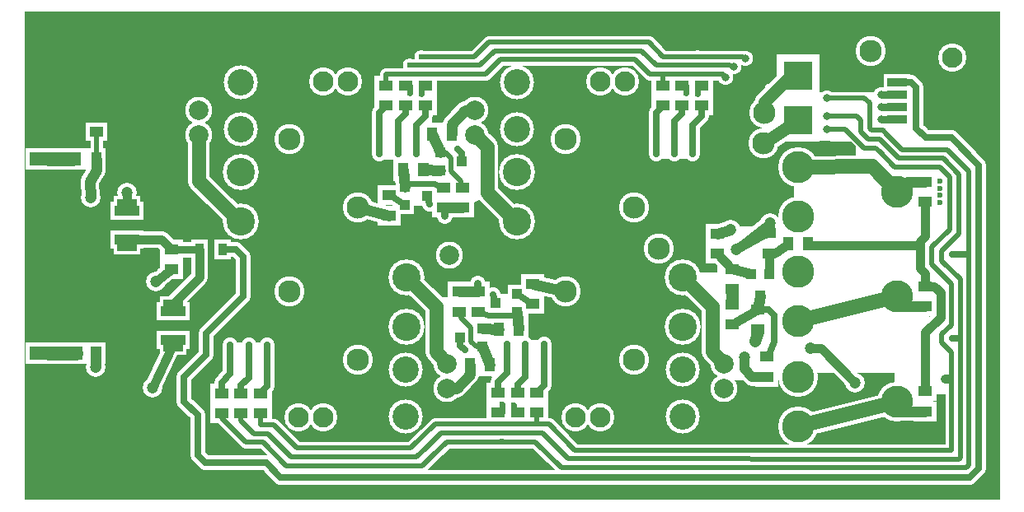
<source format=gbr>
%FSLAX34Y34*%
%MOMM*%
%LNCOPPER_BOTTOM*%
G71*
G01*
%ADD10R,2.400X2.100*%
%ADD11R,1.900X1.900*%
%ADD12R,2.100X2.400*%
%ADD13C,3.500*%
%ADD14C,3.700*%
%ADD15C,2.800*%
%ADD16C,3.100*%
%ADD17C,1.400*%
%ADD18C,1.500*%
%ADD19C,1.900*%
%ADD20C,2.200*%
%ADD21C,1.300*%
%ADD22C,1.400*%
%ADD23C,1.600*%
%ADD24R,1.900X2.200*%
%ADD25R,2.800X2.300*%
%ADD26R,3.400X1.900*%
%ADD27R,4.800X2.200*%
%ADD28C,2.000*%
%ADD29R,2.200X1.900*%
%ADD30C,1.700*%
%ADD31R,1.700X2.000*%
%ADD32C,2.900*%
%ADD33R,2.800X1.700*%
%ADD34C,3.100*%
%ADD35C,0.500*%
%ADD36C,4.100*%
%ADD37C,2.300*%
%ADD38C,1.800*%
%ADD39C,2.000*%
%ADD40C,2.100*%
%ADD41C,0.900*%
%ADD42R,4.400X4.400*%
%ADD43C,1.600*%
%ADD44C,0.700*%
%ADD45R,1.400X1.100*%
%ADD46R,1.100X1.100*%
%ADD47R,1.100X1.400*%
%ADD48C,2.700*%
%ADD49C,2.900*%
%ADD50C,2.000*%
%ADD51C,3.500*%
%ADD52C,2.300*%
%ADD53C,0.600*%
%ADD54C,1.100*%
%ADD55C,0.600*%
%ADD56C,0.800*%
%ADD57R,2.000X1.500*%
%ADD58R,2.600X1.100*%
%ADD59R,4.000X1.400*%
%ADD60C,1.200*%
%ADD61R,0.900X1.200*%
%ADD62R,0.600X2.200*%
%ADD63C,2.100*%
%ADD64R,2.000X0.900*%
%ADD65C,2.300*%
%ADD66C,3.300*%
%ADD67C,1.000*%
%ADD68C,1.200*%
%ADD69R,3.000X3.000*%
%ADD70C,0.800*%
%LPD*%
G36*
X0Y0D02*
X1002000Y0D01*
X1002000Y-502000D01*
X0Y-502000D01*
X0Y0D01*
G37*
%LPC*%
X374322Y-188773D02*
G54D10*
D03*
X374322Y-209373D02*
G54D10*
D03*
X390918Y-180136D02*
G54D11*
D03*
X390918Y-199136D02*
G54D11*
D03*
X413118Y-189636D02*
G54D11*
D03*
X426676Y-144389D02*
G54D11*
D03*
X426676Y-163389D02*
G54D11*
D03*
X448876Y-153889D02*
G54D11*
D03*
X389152Y-162289D02*
G54D12*
D03*
G36*
X399252Y-150290D02*
X420252Y-150288D01*
X420253Y-174288D01*
X399253Y-174290D01*
X399252Y-150290D01*
G37*
X430772Y-180598D02*
G54D10*
D03*
X430772Y-201198D02*
G54D10*
D03*
X449872Y-180598D02*
G54D10*
D03*
X449872Y-201198D02*
G54D10*
D03*
X418504Y-126308D02*
G54D12*
D03*
X439104Y-126308D02*
G54D12*
D03*
X506150Y-72550D02*
G54D13*
D03*
X506150Y-120950D02*
G54D13*
D03*
X505800Y-165300D02*
G54D14*
D03*
X505800Y-216100D02*
G54D14*
D03*
X462700Y-126700D02*
G54D15*
D03*
X462700Y-101300D02*
G54D15*
D03*
X272000Y-131000D02*
G54D16*
D03*
X342000Y-201000D02*
G54D16*
D03*
X222150Y-72550D02*
G54D13*
D03*
X222150Y-120950D02*
G54D13*
D03*
X221800Y-165300D02*
G54D14*
D03*
X221800Y-216100D02*
G54D14*
D03*
X364468Y-146113D02*
G54D17*
D03*
X383468Y-146113D02*
G54D17*
D03*
X402468Y-146113D02*
G54D17*
D03*
X371553Y-75953D02*
G54D10*
D03*
X371553Y-96553D02*
G54D10*
D03*
X391553Y-75953D02*
G54D10*
D03*
X391553Y-96553D02*
G54D10*
D03*
X411553Y-75953D02*
G54D10*
D03*
X411553Y-96553D02*
G54D10*
D03*
G54D18*
X364468Y-146113D02*
X364553Y-123553D01*
X364468Y-103638D01*
X371553Y-96553D01*
G54D18*
X383468Y-146113D02*
X383468Y-112532D01*
X391553Y-104447D01*
X391553Y-96553D01*
G54D18*
X402468Y-146113D02*
X402468Y-116532D01*
X411553Y-107447D01*
X411553Y-96553D01*
X178700Y-126700D02*
G54D15*
D03*
X178700Y-101300D02*
G54D15*
D03*
G54D19*
X439104Y-126308D02*
X439104Y-115896D01*
X452700Y-101300D01*
X462700Y-101300D01*
G54D20*
X462700Y-126700D02*
X475000Y-139000D01*
X475000Y-186000D01*
X505100Y-216100D01*
X505800Y-216100D01*
G54D19*
X418504Y-126308D02*
X426676Y-144389D01*
G54D21*
X426776Y-144389D02*
X432079Y-144389D01*
X437808Y-150118D01*
X437808Y-163708D01*
X447972Y-173872D01*
X447972Y-180598D01*
G54D19*
X409752Y-162289D02*
X426676Y-163389D01*
G54D18*
X375322Y-188773D02*
X390918Y-199136D01*
G54D19*
X342000Y-201000D02*
X374322Y-209373D01*
G54D19*
X390918Y-180136D02*
X389152Y-162289D01*
G54D22*
X393000Y-176700D02*
X420737Y-176700D01*
X428772Y-180598D01*
G54D19*
X430772Y-201198D02*
X449872Y-201198D01*
X416468Y-198113D02*
G54D17*
D03*
G54D18*
X416468Y-198113D02*
X413118Y-189636D01*
X444468Y-141113D02*
G54D17*
D03*
G54D18*
X448876Y-153889D02*
X448876Y-145522D01*
X444468Y-141113D01*
X431468Y-210113D02*
G54D17*
D03*
G54D20*
X178700Y-126700D02*
X179000Y-174000D01*
X221100Y-216100D01*
X221800Y-216100D01*
G54D23*
X431468Y-210113D02*
X431468Y-201894D01*
X430772Y-201198D01*
G54D21*
X488650Y-49000D02*
X627000Y-49000D01*
G54D21*
X627000Y-49000D02*
X642000Y-64000D01*
G54D21*
X486000Y-40000D02*
X634000Y-40000D01*
G54D21*
X634000Y-40000D02*
X649000Y-55000D01*
G54D21*
X486000Y-31000D02*
X641000Y-31000D01*
G54D21*
X641000Y-31000D02*
X656000Y-46000D01*
G54D21*
X473650Y-64000D02*
X488650Y-49000D01*
G54D21*
X372000Y-64000D02*
X473650Y-64000D01*
G54D21*
X642000Y-64000D02*
X716650Y-64000D01*
G54D21*
X371553Y-75953D02*
X371553Y-64447D01*
X372000Y-64000D01*
G54D21*
X395500Y-55000D02*
X468000Y-55000D01*
G54D21*
X649000Y-55000D02*
X723000Y-55000D01*
G54D21*
X468000Y-55000D02*
X483000Y-40000D01*
X486000Y-40000D01*
X395500Y-55000D02*
G54D17*
D03*
X395500Y-84000D02*
G54D17*
D03*
G54D22*
X395500Y-84000D02*
X395500Y-76025D01*
X395586Y-75940D01*
G54D21*
X407600Y-46000D02*
X462000Y-46000D01*
G54D21*
X656000Y-46000D02*
X710000Y-46000D01*
G54D21*
X462000Y-46000D02*
X477000Y-31000D01*
X486000Y-31000D01*
X407600Y-46000D02*
G54D17*
D03*
X407600Y-84200D02*
G54D17*
D03*
G54D22*
X407600Y-84200D02*
X407600Y-76225D01*
X407685Y-76140D01*
X53059Y-150994D02*
G54D24*
D03*
X73659Y-150994D02*
G54D24*
D03*
X105000Y-200799D02*
G54D25*
D03*
X105000Y-238299D02*
G54D25*
D03*
X105001Y-204999D02*
G54D26*
D03*
X105001Y-233999D02*
G54D26*
D03*
X151271Y-244248D02*
G54D10*
D03*
X151271Y-264848D02*
G54D10*
D03*
X25000Y-151000D02*
G54D27*
D03*
X104922Y-186341D02*
G54D28*
D03*
X67922Y-191341D02*
G54D28*
D03*
G54D20*
X49053Y-151000D02*
X25000Y-151000D01*
G54D19*
X67922Y-191341D02*
X67512Y-174214D01*
X73659Y-163604D01*
X73659Y-150994D01*
X73626Y-123103D02*
G54D29*
D03*
G54D21*
X73659Y-150994D02*
X73626Y-150962D01*
X73626Y-121503D01*
X135173Y-277741D02*
G54D28*
D03*
G54D30*
X135173Y-277741D02*
X151271Y-264848D01*
G54D30*
X105001Y-233999D02*
X141000Y-234000D01*
X151271Y-244248D01*
X180196Y-244050D02*
G54D31*
D03*
X203196Y-244050D02*
G54D31*
D03*
G54D23*
X151271Y-244248D02*
X180196Y-244050D01*
G54D30*
X104922Y-186341D02*
X105001Y-204999D01*
X648468Y-146114D02*
G54D17*
D03*
X667468Y-146114D02*
G54D17*
D03*
X686468Y-146114D02*
G54D17*
D03*
X655553Y-75953D02*
G54D10*
D03*
X655553Y-96553D02*
G54D10*
D03*
X675553Y-75953D02*
G54D10*
D03*
X675553Y-96553D02*
G54D10*
D03*
X695553Y-75953D02*
G54D10*
D03*
X695553Y-96553D02*
G54D10*
D03*
G54D18*
X648468Y-146114D02*
X648468Y-103638D01*
X655553Y-96553D01*
G54D18*
X667468Y-146114D02*
X667468Y-112532D01*
X675553Y-104447D01*
X675553Y-96553D01*
G54D18*
X686468Y-146114D02*
X686468Y-116532D01*
X695553Y-107447D01*
X695553Y-96553D01*
G54D21*
X656000Y-64000D02*
X716650Y-64000D01*
G54D21*
X655553Y-75953D02*
X655553Y-64447D01*
X656000Y-64000D01*
G54D21*
X679500Y-55000D02*
X723000Y-55000D01*
X728762Y-56313D01*
X679500Y-55000D02*
G54D17*
D03*
X679500Y-84000D02*
G54D17*
D03*
G54D22*
X679500Y-84000D02*
X679500Y-76025D01*
X679586Y-75940D01*
G54D21*
X691600Y-46000D02*
X737000Y-46000D01*
X691600Y-46000D02*
G54D17*
D03*
X691600Y-84200D02*
G54D17*
D03*
G54D22*
X691600Y-84200D02*
X691600Y-76225D01*
X691685Y-76140D01*
X391850Y-416450D02*
G54D13*
D03*
X391850Y-368050D02*
G54D13*
D03*
X392200Y-272900D02*
G54D14*
D03*
X392200Y-323700D02*
G54D14*
D03*
X249533Y-342786D02*
G54D17*
D03*
X230533Y-342787D02*
G54D17*
D03*
X211533Y-342786D02*
G54D17*
D03*
X242448Y-412947D02*
G54D10*
D03*
X242448Y-392347D02*
G54D10*
D03*
X222448Y-412947D02*
G54D10*
D03*
X222448Y-392347D02*
G54D10*
D03*
X202448Y-412947D02*
G54D10*
D03*
X202448Y-392347D02*
G54D10*
D03*
G54D18*
X249533Y-342786D02*
X249533Y-385262D01*
X242447Y-392347D01*
G54D18*
X230533Y-342787D02*
X230533Y-376368D01*
X222448Y-384453D01*
X222447Y-392347D01*
G54D18*
X211533Y-342786D02*
X211533Y-372368D01*
X202448Y-381453D01*
X202447Y-392347D01*
G54D21*
X242448Y-412947D02*
X242448Y-424453D01*
G54D21*
X256000Y-424900D02*
X242447Y-424884D01*
G54D21*
X235500Y-433900D02*
X250000Y-433900D01*
X52961Y-351023D02*
G54D24*
D03*
G36*
X64060Y-340023D02*
X83060Y-340023D01*
X83061Y-362023D01*
X64061Y-362023D01*
X64060Y-340023D01*
G37*
X25000Y-351000D02*
G54D27*
D03*
X153001Y-341499D02*
G54D25*
D03*
X153000Y-303999D02*
G54D25*
D03*
X153000Y-337299D02*
G54D26*
D03*
X153000Y-308299D02*
G54D26*
D03*
G54D20*
X52961Y-351023D02*
X25000Y-351000D01*
G36*
X52952Y-362023D02*
X52970Y-340023D01*
X63970Y-340032D01*
X63952Y-362032D01*
X52952Y-362023D01*
G37*
G36*
X25009Y-340000D02*
X24991Y-362000D01*
X13991Y-361991D01*
X14009Y-339991D01*
X25009Y-340000D01*
G37*
X73462Y-365796D02*
G54D28*
D03*
G54D19*
X73462Y-365796D02*
X73561Y-351023D01*
X131462Y-386796D02*
G54D28*
D03*
G54D30*
X131462Y-386796D02*
X153001Y-341499D01*
G54D30*
X153000Y-303999D02*
X153000Y-300000D01*
X180000Y-273000D01*
X180000Y-244246D01*
X180196Y-244050D01*
X952680Y-47220D02*
G54D32*
D03*
X436468Y-250468D02*
G54D15*
D03*
X895762Y-72813D02*
G54D33*
D03*
X895762Y-85513D02*
G54D33*
D03*
X895762Y-98213D02*
G54D33*
D03*
X895762Y-110913D02*
G54D33*
D03*
G54D21*
X396864Y-448790D02*
X280000Y-448900D01*
G54D21*
X280000Y-448900D02*
X256000Y-424900D01*
G54D21*
X402828Y-458041D02*
X274000Y-457900D01*
G54D21*
X274000Y-457900D02*
X250000Y-433900D01*
G54D21*
X408850Y-466982D02*
X269000Y-466900D01*
G54D21*
X269000Y-466900D02*
X245000Y-442900D01*
G54D21*
X235500Y-433900D02*
X222448Y-420847D01*
X222448Y-412947D01*
G54D21*
X202448Y-412947D02*
X202448Y-418448D01*
X226900Y-442900D01*
X245000Y-442900D01*
G54D18*
X203196Y-244050D02*
X217050Y-244050D01*
X225000Y-252000D01*
X225000Y-293000D01*
X187000Y-331000D01*
X187000Y-353000D01*
X164000Y-376000D01*
X164000Y-401000D01*
X178000Y-415000D01*
X178000Y-456000D01*
X186000Y-464000D01*
X248000Y-464000D01*
X263000Y-479000D01*
X958000Y-479000D01*
X869412Y-40569D02*
G54D34*
D03*
X759426Y-104069D02*
G54D34*
D03*
G36*
X249533Y-385262D02*
X211533Y-385262D01*
X211533Y-342786D01*
X249533Y-342786D01*
X249533Y-385262D01*
G37*
G54D35*
X249533Y-385262D02*
X211533Y-385262D01*
X211533Y-342786D01*
X249533Y-342786D01*
X249533Y-385262D01*
G36*
X364468Y-103638D02*
X416000Y-103638D01*
X416000Y-150000D01*
X364468Y-150000D01*
X364468Y-103638D01*
G37*
G54D35*
X364468Y-103638D02*
X416000Y-103638D01*
X416000Y-150000D01*
X364468Y-150000D01*
X364468Y-103638D01*
G36*
X396000Y-172000D02*
X410000Y-172000D01*
X410000Y-197000D01*
X396000Y-197000D01*
X396000Y-172000D01*
G37*
G54D35*
X396000Y-172000D02*
X410000Y-172000D01*
X410000Y-197000D01*
X396000Y-197000D01*
X396000Y-172000D01*
G36*
X457000Y-196000D02*
X475000Y-186000D01*
X475000Y-139000D01*
X462700Y-126700D01*
X462700Y-101300D01*
X439104Y-115896D01*
X446000Y-135000D01*
X427000Y-132000D01*
X457000Y-196000D01*
G37*
G54D35*
X457000Y-196000D02*
X475000Y-186000D01*
X475000Y-139000D01*
X462700Y-126700D01*
X462700Y-101300D01*
X439104Y-115896D01*
X446000Y-135000D01*
X427000Y-132000D01*
X457000Y-196000D01*
G36*
X229000Y-416000D02*
X243000Y-416000D01*
X243000Y-437000D01*
X229000Y-437000D01*
X229000Y-416000D01*
G37*
G54D35*
X229000Y-416000D02*
X243000Y-416000D01*
X243000Y-437000D01*
X229000Y-437000D01*
X229000Y-416000D01*
X616380Y-71723D02*
G54D32*
D03*
X590980Y-71723D02*
G54D32*
D03*
X332380Y-71723D02*
G54D32*
D03*
X306980Y-71723D02*
G54D32*
D03*
X281620Y-417277D02*
G54D32*
D03*
X307020Y-417277D02*
G54D32*
D03*
X452333Y-348087D02*
G54D17*
D03*
X533493Y-342050D02*
G54D17*
D03*
X514493Y-342050D02*
G54D17*
D03*
X495493Y-342050D02*
G54D17*
D03*
X526408Y-412210D02*
G54D10*
D03*
X526408Y-391610D02*
G54D10*
D03*
X506408Y-412210D02*
G54D10*
D03*
X506408Y-391610D02*
G54D10*
D03*
X486408Y-412210D02*
G54D10*
D03*
X486408Y-391610D02*
G54D10*
D03*
G54D18*
X533493Y-342050D02*
X533493Y-384525D01*
X526408Y-391610D01*
G54D18*
X514493Y-342050D02*
X514493Y-375631D01*
X506408Y-383716D01*
X506408Y-391610D01*
G54D18*
X495493Y-342050D02*
X495493Y-371631D01*
X486408Y-380716D01*
X486408Y-391610D01*
G54D21*
X526408Y-412210D02*
X526408Y-423716D01*
X525961Y-424163D01*
X502460Y-404163D02*
G54D17*
D03*
G54D22*
X502460Y-404163D02*
X502460Y-412138D01*
X502376Y-412223D01*
X490361Y-403963D02*
G54D17*
D03*
G54D22*
X490361Y-403963D02*
X490361Y-411938D01*
X490276Y-412023D01*
X502461Y-433163D02*
G54D17*
D03*
X490361Y-442163D02*
G54D17*
D03*
X522279Y-300227D02*
G54D10*
D03*
X522279Y-279627D02*
G54D10*
D03*
X505682Y-308864D02*
G54D11*
D03*
X505682Y-289864D02*
G54D11*
D03*
X483482Y-299364D02*
G54D11*
D03*
X469924Y-344611D02*
G54D11*
D03*
X469924Y-325611D02*
G54D11*
D03*
X447724Y-335111D02*
G54D11*
D03*
X507448Y-326711D02*
G54D12*
D03*
X486848Y-326711D02*
G54D12*
D03*
X465829Y-308402D02*
G54D10*
D03*
X465829Y-287802D02*
G54D10*
D03*
X446729Y-308402D02*
G54D10*
D03*
X446729Y-287802D02*
G54D10*
D03*
X478097Y-362692D02*
G54D12*
D03*
X457497Y-362692D02*
G54D12*
D03*
X433901Y-362300D02*
G54D15*
D03*
X433900Y-387700D02*
G54D15*
D03*
G54D19*
X457497Y-362692D02*
X457497Y-373104D01*
X443900Y-387700D01*
X433900Y-387700D01*
G54D20*
X433901Y-362300D02*
X422576Y-349708D01*
X422575Y-303292D01*
X392200Y-272900D01*
G54D19*
X478097Y-362692D02*
X469924Y-344611D01*
G54D21*
X469824Y-344611D02*
X464522Y-344611D01*
X458793Y-338882D01*
X458793Y-325292D01*
X448629Y-315128D01*
X448629Y-308402D01*
G54D19*
X486848Y-326711D02*
X469924Y-325611D01*
G54D18*
X521279Y-300227D02*
X505682Y-289864D01*
G54D19*
X554600Y-288000D02*
X522279Y-279627D01*
G54D19*
X505682Y-308864D02*
X507448Y-326711D01*
G54D22*
X503601Y-312300D02*
X475864Y-312300D01*
X467829Y-308402D01*
G54D19*
X465829Y-287802D02*
X446729Y-287802D01*
G54D18*
X481533Y-290886D02*
X483482Y-299364D01*
G54D18*
X447724Y-335111D02*
X447724Y-343478D01*
X452333Y-348087D01*
G54D23*
X464933Y-278887D02*
X464933Y-287106D01*
X465629Y-287802D01*
X481533Y-290886D02*
G54D17*
D03*
X465133Y-278887D02*
G54D17*
D03*
X675850Y-416450D02*
G54D13*
D03*
X675850Y-368050D02*
G54D13*
D03*
X676200Y-272900D02*
G54D14*
D03*
X676200Y-323700D02*
G54D14*
D03*
X565620Y-417277D02*
G54D32*
D03*
X591020Y-417277D02*
G54D32*
D03*
X717901Y-362300D02*
G54D15*
D03*
X717900Y-387700D02*
G54D15*
D03*
G54D20*
X717901Y-362300D02*
X706576Y-349708D01*
X706575Y-303292D01*
X676200Y-272900D01*
G54D21*
X565278Y-450873D02*
X538650Y-424200D01*
G54D21*
X558402Y-459904D02*
X531650Y-433200D01*
G54D21*
X551339Y-468874D02*
X524650Y-442200D01*
G54D21*
X538650Y-424200D02*
X456650Y-424200D01*
G54D21*
X531650Y-433200D02*
X457650Y-433200D01*
G54D21*
X524650Y-442200D02*
X470650Y-442200D01*
G54D21*
X524650Y-424200D02*
X422000Y-424200D01*
G54D21*
X501150Y-433200D02*
X427650Y-433200D01*
G54D21*
X489050Y-442200D02*
X433650Y-442200D01*
G54D21*
X422000Y-424200D02*
X396864Y-448790D01*
G54D21*
X427650Y-433200D02*
X412650Y-448200D01*
X402828Y-458041D01*
G54D21*
X433650Y-442200D02*
X418650Y-457200D01*
X408850Y-466982D01*
G36*
X420000Y-296000D02*
X485719Y-296000D01*
X489331Y-292388D01*
X503159Y-292388D01*
X505682Y-289864D01*
X505682Y-296188D01*
X515528Y-306034D01*
X515528Y-337528D01*
X518000Y-340000D01*
X531444Y-340000D01*
X533493Y-342050D01*
X533493Y-384525D01*
X526408Y-391610D01*
X506408Y-391610D01*
X486408Y-391610D01*
X486408Y-378524D01*
X478874Y-370990D01*
X459611Y-370990D01*
X457497Y-373104D01*
X457497Y-374104D01*
X443900Y-387700D01*
X433900Y-387700D01*
X433901Y-362300D01*
X433901Y-351901D01*
X422000Y-340000D01*
X422000Y-303868D01*
X422575Y-303292D01*
X422708Y-303292D01*
X428000Y-298000D01*
X420000Y-296000D01*
G37*
G54D35*
X420000Y-296000D02*
X485719Y-296000D01*
X489331Y-292388D01*
X503159Y-292388D01*
X505682Y-289864D01*
X505682Y-296188D01*
X515528Y-306034D01*
X515528Y-337528D01*
X518000Y-340000D01*
X531444Y-340000D01*
X533493Y-342050D01*
X533493Y-384525D01*
X526408Y-391610D01*
X506408Y-391610D01*
X486408Y-391610D01*
X486408Y-378524D01*
X478874Y-370990D01*
X459611Y-370990D01*
X457497Y-373104D01*
X457497Y-374104D01*
X443900Y-387700D01*
X433900Y-387700D01*
X433901Y-362300D01*
X433901Y-351901D01*
X422000Y-340000D01*
X422000Y-303868D01*
X422575Y-303292D01*
X422708Y-303292D01*
X428000Y-298000D01*
X420000Y-296000D01*
G36*
X58474Y-142502D02*
X68279Y-142502D01*
X68279Y-159539D01*
X58474Y-159539D01*
X58474Y-142502D01*
G37*
G54D35*
X58474Y-142502D02*
X68279Y-142502D01*
X68279Y-159539D01*
X58474Y-159539D01*
X58474Y-142502D01*
G54D21*
X933202Y-450764D02*
X565278Y-450873D01*
G54D21*
X935167Y-460014D02*
X558402Y-459904D01*
G54D21*
X957188Y-468956D02*
X551339Y-468874D01*
G54D18*
X958000Y-479000D02*
X971000Y-479000D01*
X980000Y-470000D01*
X980000Y-426000D01*
G54D18*
X980000Y-426000D02*
X980000Y-206000D01*
G54D21*
X957188Y-468956D02*
X967044Y-468956D01*
X970000Y-466000D01*
X970000Y-242000D01*
G54D21*
X935167Y-460014D02*
X959986Y-460014D01*
X960000Y-460000D01*
X960987Y-459013D01*
X960987Y-347108D01*
G54D21*
X933202Y-450764D02*
X952000Y-450764D01*
X952000Y-408000D01*
X794937Y-318218D02*
G54D36*
D03*
X794937Y-267418D02*
G54D36*
D03*
X896537Y-292818D02*
G54D36*
D03*
X794937Y-426218D02*
G54D36*
D03*
X794937Y-375418D02*
G54D36*
D03*
X896537Y-400818D02*
G54D36*
D03*
X794937Y-210218D02*
G54D36*
D03*
X794937Y-159418D02*
G54D36*
D03*
X896537Y-184818D02*
G54D36*
D03*
G54D37*
X794937Y-426218D02*
X896537Y-400818D01*
G54D37*
X794937Y-318218D02*
X896537Y-292818D01*
G54D37*
X794937Y-159418D02*
X871085Y-159305D01*
X896537Y-184818D01*
X806897Y-346402D02*
G54D28*
D03*
X853173Y-381741D02*
G54D28*
D03*
G54D30*
X806897Y-346402D02*
X817833Y-346402D01*
X853173Y-381741D01*
X945485Y-377330D02*
G54D17*
D03*
G54D30*
X945485Y-377330D02*
X945504Y-377310D01*
X949742Y-377310D01*
X952982Y-335832D02*
G54D17*
D03*
G54D21*
X960900Y-322664D02*
X960908Y-282988D01*
G54D21*
X952000Y-408000D02*
X952000Y-350000D01*
X942016Y-340300D01*
X942000Y-332000D01*
X952000Y-322000D01*
X952000Y-304000D01*
X952847Y-249647D02*
G54D17*
D03*
G54D21*
X970000Y-242000D02*
X970000Y-236000D01*
G54D21*
X960987Y-347108D02*
X960900Y-322664D01*
G54D18*
X952982Y-335832D02*
X959922Y-335832D01*
X952982Y-335832D01*
G54D18*
X952847Y-249647D02*
X968967Y-249647D01*
X968994Y-249619D01*
G54D21*
X960908Y-282988D02*
X960908Y-274908D01*
X942000Y-256000D01*
X942000Y-246000D01*
X960000Y-228000D01*
X960000Y-222000D01*
G54D21*
X952000Y-304000D02*
X952000Y-280000D01*
X932000Y-260000D01*
X932000Y-242000D01*
X950000Y-224000D01*
G54D21*
X970000Y-236000D02*
X970000Y-208000D01*
G54D21*
X960000Y-222000D02*
X960000Y-202000D01*
G54D21*
X950000Y-224000D02*
X950000Y-202000D01*
X762248Y-354866D02*
G54D10*
D03*
X762248Y-375466D02*
G54D10*
D03*
X745919Y-269729D02*
G54D11*
D03*
X764919Y-269729D02*
G54D11*
D03*
X755419Y-291929D02*
G54D11*
D03*
X753341Y-306370D02*
G54D10*
D03*
X753341Y-326970D02*
G54D10*
D03*
X764606Y-227888D02*
G54D10*
D03*
X764606Y-248488D02*
G54D10*
D03*
X804753Y-238334D02*
G54D12*
D03*
X784153Y-238334D02*
G54D12*
D03*
X727118Y-321509D02*
G54D10*
D03*
X727118Y-300909D02*
G54D10*
D03*
X726991Y-285058D02*
G54D10*
D03*
X726991Y-264458D02*
G54D10*
D03*
X711245Y-248641D02*
G54D10*
D03*
X711245Y-228041D02*
G54D10*
D03*
X739575Y-355226D02*
G54D28*
D03*
X730897Y-244402D02*
G54D28*
D03*
X765400Y-217218D02*
G54D28*
D03*
G54D38*
X730897Y-244402D02*
X760000Y-228000D01*
X764606Y-227888D01*
X765400Y-217218D01*
X924536Y-411018D02*
G54D10*
D03*
X924537Y-390418D02*
G54D10*
D03*
X924753Y-303147D02*
G54D10*
D03*
X924753Y-282547D02*
G54D10*
D03*
X924953Y-195347D02*
G54D10*
D03*
X924953Y-174747D02*
G54D10*
D03*
G54D18*
X753341Y-306370D02*
X764370Y-306370D01*
X770000Y-312000D01*
X770000Y-339115D01*
X764248Y-354866D01*
G54D38*
X739575Y-355226D02*
X739592Y-367627D01*
X747466Y-375466D01*
X762248Y-375466D01*
X750156Y-339181D02*
G54D28*
D03*
G54D39*
X750156Y-339181D02*
X753696Y-329500D01*
G54D19*
X755419Y-291929D02*
X753341Y-306370D01*
G54D38*
X726991Y-264458D02*
X745919Y-269729D01*
G54D40*
X726991Y-287058D02*
X727118Y-298909D01*
G54D30*
X727118Y-321509D02*
X753341Y-306370D01*
G54D30*
X726991Y-264458D02*
X711245Y-248712D01*
X711245Y-248641D01*
G54D30*
X764919Y-269729D02*
X764606Y-269415D01*
X764606Y-252488D01*
G54D30*
X730897Y-244402D02*
X765400Y-217218D01*
G54D19*
X896537Y-184818D02*
X906608Y-174747D01*
X924953Y-174747D01*
G54D19*
X924753Y-303147D02*
X896537Y-303147D01*
X896537Y-292818D01*
G54D19*
X924536Y-411018D02*
X896537Y-411018D01*
X896537Y-400818D01*
G54D30*
X764606Y-248488D02*
X772000Y-248000D01*
X784153Y-238334D01*
G54D30*
X804753Y-240334D02*
X917666Y-240334D01*
X920000Y-238000D01*
G54D30*
X924753Y-282547D02*
X934547Y-282547D01*
X941057Y-288170D01*
X941020Y-314935D01*
X924537Y-329463D01*
X924537Y-390418D01*
G54D30*
X924753Y-282547D02*
X924753Y-268753D01*
X920000Y-264000D01*
X920000Y-236000D01*
X924953Y-231047D01*
X924953Y-195347D01*
X724897Y-224402D02*
G54D28*
D03*
G54D19*
X711245Y-228041D02*
X724897Y-224402D01*
G36*
X648553Y-102953D02*
X686468Y-102953D01*
X686468Y-146114D01*
X648553Y-146114D01*
X648553Y-102953D01*
G37*
G54D41*
X648553Y-102953D02*
X686468Y-102953D01*
X686468Y-146114D01*
X648553Y-146114D01*
X648553Y-102953D01*
X794453Y-111232D02*
G54D42*
D03*
X794453Y-66232D02*
G54D42*
D03*
G36*
X813917Y-74223D02*
X813917Y-102013D01*
X774957Y-102013D01*
X774957Y-74223D01*
X813917Y-74223D01*
G37*
G54D35*
X813917Y-74223D02*
X813917Y-102013D01*
X774957Y-102013D01*
X774957Y-74223D01*
X813917Y-74223D01*
X759281Y-135458D02*
G54D34*
D03*
X651518Y-243220D02*
G54D34*
D03*
G54D40*
X759281Y-135458D02*
X794453Y-111232D01*
G54D40*
X759426Y-104069D02*
X759426Y-92574D01*
X784000Y-68000D01*
X792685Y-68000D01*
X794453Y-66232D01*
X879762Y-85513D02*
G54D43*
D03*
X879762Y-98213D02*
G54D43*
D03*
X879762Y-110913D02*
G54D43*
D03*
G54D23*
X895762Y-85513D02*
X879762Y-85513D01*
G54D23*
X895762Y-98213D02*
X879762Y-98213D01*
G54D23*
X895762Y-110913D02*
X879762Y-110913D01*
X728762Y-56313D02*
G54D43*
D03*
X740562Y-47713D02*
G54D43*
D03*
X719962Y-67113D02*
G54D43*
D03*
G54D21*
X737000Y-46000D02*
X740562Y-47713D01*
X823762Y-88313D02*
G54D43*
D03*
X823762Y-106913D02*
G54D43*
D03*
X824000Y-120600D02*
G54D43*
D03*
G54D21*
X878000Y-144000D02*
X894000Y-160000D01*
X940000Y-160000D01*
X950000Y-170000D01*
X950000Y-202000D01*
G54D21*
X881724Y-134783D02*
X897847Y-150906D01*
X943817Y-150906D01*
X960000Y-167088D01*
X960000Y-202000D01*
G54D21*
X885488Y-125687D02*
X901460Y-141659D01*
X947659Y-141659D01*
X970000Y-164000D01*
X970000Y-208000D01*
G54D18*
X980000Y-206000D02*
X980000Y-157751D01*
X951762Y-129513D01*
G54D18*
X951762Y-129513D02*
X925513Y-129513D01*
X916000Y-120000D01*
X916000Y-78000D01*
X910813Y-72813D01*
X897762Y-72813D01*
G36*
X764000Y-78000D02*
X776000Y-78000D01*
X776000Y-132000D01*
X760000Y-132000D01*
X764000Y-80000D01*
X764000Y-78000D01*
G37*
G54D44*
X764000Y-78000D02*
X776000Y-78000D01*
X776000Y-132000D01*
X760000Y-132000D01*
X764000Y-80000D01*
X764000Y-78000D01*
G36*
X920000Y-152000D02*
X888000Y-156000D01*
X876000Y-112000D01*
X916000Y-120000D01*
X925513Y-129513D01*
X920000Y-152000D01*
G37*
G54D44*
X920000Y-152000D02*
X888000Y-156000D01*
X876000Y-112000D01*
X916000Y-120000D01*
X925513Y-129513D01*
X920000Y-152000D01*
G36*
X926000Y-154000D02*
X970000Y-154000D01*
X970000Y-280000D01*
X926000Y-280000D01*
X926000Y-154000D01*
G37*
G54D44*
X926000Y-154000D02*
X970000Y-154000D01*
X970000Y-280000D01*
X926000Y-280000D01*
X926000Y-154000D01*
G36*
X960987Y-459013D02*
X962000Y-459013D01*
X962000Y-418000D01*
X960987Y-418000D01*
X960987Y-459013D01*
G37*
G54D44*
X960987Y-459013D02*
X962000Y-459013D01*
X962000Y-418000D01*
X960987Y-418000D01*
X960987Y-459013D01*
G36*
X924537Y-329463D02*
X962000Y-329463D01*
X962000Y-390000D01*
X924537Y-390000D01*
X924537Y-329463D01*
G37*
G54D44*
X924537Y-329463D02*
X962000Y-329463D01*
X962000Y-390000D01*
X924537Y-390000D01*
X924537Y-329463D01*
G36*
X715245Y-248641D02*
X798937Y-248641D01*
X798937Y-375418D01*
X715245Y-375418D01*
X715245Y-248641D01*
G37*
G54D44*
X715245Y-248641D02*
X798937Y-248641D01*
X798937Y-375418D01*
X715245Y-375418D01*
X715245Y-248641D01*
G36*
X786000Y-326000D02*
X808000Y-326000D01*
X808000Y-364000D01*
X786000Y-364000D01*
X786000Y-326000D01*
G37*
G54D44*
X786000Y-326000D02*
X808000Y-326000D01*
X808000Y-364000D01*
X786000Y-364000D01*
X786000Y-326000D01*
G36*
X760000Y-258000D02*
X724897Y-258000D01*
X724897Y-224402D01*
X760000Y-224402D01*
X760000Y-258000D01*
G37*
G54D44*
X760000Y-258000D02*
X724897Y-258000D01*
X724897Y-224402D01*
X760000Y-224402D01*
X760000Y-258000D01*
G36*
X798937Y-248641D02*
X765400Y-248641D01*
X765400Y-217218D01*
X798937Y-217218D01*
X798937Y-248641D01*
G37*
G54D44*
X798937Y-248641D02*
X765400Y-248641D01*
X765400Y-217218D01*
X798937Y-217218D01*
X798937Y-248641D01*
G36*
X824000Y-116000D02*
X802000Y-116000D01*
X802000Y-86000D01*
X824000Y-86000D01*
X824000Y-116000D01*
G37*
G54D44*
X824000Y-116000D02*
X802000Y-116000D01*
X802000Y-86000D01*
X824000Y-86000D01*
X824000Y-116000D01*
X556000Y-131000D02*
G54D16*
D03*
X626000Y-201000D02*
G54D16*
D03*
X556000Y-288000D02*
G54D16*
D03*
X626000Y-358000D02*
G54D16*
D03*
X272000Y-288000D02*
G54D16*
D03*
X342000Y-358000D02*
G54D16*
D03*
G36*
X802000Y-96000D02*
X834339Y-98000D01*
X834339Y-129725D01*
X802000Y-129725D01*
X802000Y-96000D01*
G37*
G54D44*
X802000Y-96000D02*
X834339Y-98000D01*
X834339Y-129725D01*
X802000Y-129725D01*
X802000Y-96000D01*
G54D22*
X719962Y-67113D02*
X716650Y-64401D01*
X719962Y-67113D01*
G54D21*
X885488Y-125687D02*
X881801Y-122000D01*
X870000Y-122000D01*
X868000Y-120000D01*
X868000Y-94000D01*
X862313Y-88313D01*
X823762Y-88313D01*
G54D21*
X823762Y-106913D02*
X854517Y-106913D01*
X858918Y-111313D01*
X858918Y-123647D01*
X866371Y-131100D01*
X878042Y-131100D01*
X881724Y-134783D01*
G54D41*
X824000Y-120600D02*
X843138Y-120600D01*
X862538Y-140000D01*
X874000Y-140000D01*
X878000Y-144000D01*
G36*
X828000Y-85600D02*
X878042Y-85600D01*
X878042Y-130700D01*
X828000Y-130700D01*
X828000Y-85600D01*
G37*
G54D35*
X828000Y-85600D02*
X878042Y-85600D01*
X878042Y-130700D01*
X828000Y-130700D01*
X828000Y-85600D01*
G36*
X880000Y-160000D02*
X856000Y-160000D01*
X856000Y-132000D01*
X880000Y-132000D01*
X880000Y-160000D01*
G37*
G54D35*
X880000Y-160000D02*
X856000Y-160000D01*
X856000Y-132000D01*
X880000Y-132000D01*
X880000Y-160000D01*
G36*
X924000Y-366000D02*
X794937Y-366000D01*
X794937Y-159418D01*
X924000Y-159418D01*
X924000Y-366000D01*
G37*
G54D41*
X924000Y-366000D02*
X794937Y-366000D01*
X794937Y-159418D01*
X924000Y-159418D01*
X924000Y-366000D01*
G36*
X928000Y-402000D02*
X898000Y-402000D01*
X898000Y-350000D01*
X928000Y-350000D01*
X928000Y-402000D01*
G37*
G54D41*
X928000Y-402000D02*
X898000Y-402000D01*
X898000Y-350000D01*
X928000Y-350000D01*
X928000Y-402000D01*
G36*
X726118Y-299709D02*
X695000Y-299709D01*
X695000Y-272800D01*
X726118Y-272800D01*
X726118Y-299709D01*
G37*
G54D41*
X726118Y-299709D02*
X695000Y-299709D01*
X695000Y-272800D01*
X726118Y-272800D01*
X726118Y-299709D01*
%LPD*%
X374322Y-188773D02*
G54D45*
D03*
X374322Y-209373D02*
G54D45*
D03*
X390918Y-180136D02*
G54D46*
D03*
X390918Y-199136D02*
G54D46*
D03*
X413118Y-189636D02*
G54D46*
D03*
X426676Y-144389D02*
G54D46*
D03*
X426676Y-163389D02*
G54D46*
D03*
X448876Y-153889D02*
G54D46*
D03*
X389152Y-162289D02*
G54D47*
D03*
G36*
X404252Y-155289D02*
X415252Y-155289D01*
X415253Y-169289D01*
X404253Y-169289D01*
X404252Y-155289D01*
G37*
X430772Y-180598D02*
G54D45*
D03*
X430772Y-201198D02*
G54D45*
D03*
X449872Y-180598D02*
G54D45*
D03*
X449872Y-201198D02*
G54D45*
D03*
X418504Y-126308D02*
G54D47*
D03*
X439104Y-126308D02*
G54D47*
D03*
X506150Y-72550D02*
G54D48*
D03*
X506150Y-120950D02*
G54D48*
D03*
X505800Y-165300D02*
G54D49*
D03*
X505800Y-216100D02*
G54D49*
D03*
X462700Y-126700D02*
G54D50*
D03*
X462700Y-101300D02*
G54D50*
D03*
X307000Y-116000D02*
G54D51*
D03*
X307000Y-216000D02*
G54D51*
D03*
X342000Y-131000D02*
G54D52*
D03*
X272000Y-131000D02*
G54D52*
D03*
X342000Y-166000D02*
G54D52*
D03*
X272000Y-201000D02*
G54D52*
D03*
X342000Y-201000D02*
G54D52*
D03*
X222150Y-72550D02*
G54D48*
D03*
X222150Y-120950D02*
G54D48*
D03*
X221800Y-165300D02*
G54D49*
D03*
X221800Y-216100D02*
G54D49*
D03*
X364468Y-146113D02*
G54D53*
D03*
X383468Y-146113D02*
G54D53*
D03*
X402468Y-146113D02*
G54D53*
D03*
X371553Y-75953D02*
G54D45*
D03*
X371553Y-96553D02*
G54D45*
D03*
X391553Y-75953D02*
G54D45*
D03*
X391553Y-96553D02*
G54D45*
D03*
X411553Y-75953D02*
G54D45*
D03*
X411553Y-96553D02*
G54D45*
D03*
G54D44*
X364468Y-146113D02*
X364553Y-123553D01*
X364468Y-103638D01*
X371553Y-96553D01*
G54D44*
X383468Y-146113D02*
X383468Y-112532D01*
X391553Y-104447D01*
X391553Y-96553D01*
G54D44*
X402468Y-146113D02*
X402468Y-116532D01*
X411553Y-107447D01*
X411553Y-96553D01*
X178700Y-126700D02*
G54D50*
D03*
X178700Y-101300D02*
G54D50*
D03*
G54D54*
X439104Y-126308D02*
X439104Y-115896D01*
X452700Y-101300D01*
X462700Y-101300D01*
G54D22*
X462700Y-126700D02*
X475000Y-139000D01*
X475000Y-186000D01*
X505100Y-216100D01*
X505800Y-216100D01*
G54D54*
X418504Y-126308D02*
X426676Y-144389D01*
G54D35*
X426776Y-144389D02*
X432079Y-144389D01*
X437808Y-150118D01*
X437808Y-163708D01*
X447972Y-173872D01*
X447972Y-180598D01*
G54D54*
X409752Y-162289D02*
X426676Y-163389D01*
G54D44*
X375322Y-188773D02*
X390918Y-199136D01*
G54D54*
X342000Y-201000D02*
X374322Y-209373D01*
G54D54*
X390918Y-180136D02*
X389152Y-162289D01*
G54D55*
X393000Y-176700D02*
X420737Y-176700D01*
X428772Y-180598D01*
G54D54*
X430772Y-201198D02*
X449872Y-201198D01*
X416468Y-198113D02*
G54D53*
D03*
G54D44*
X416468Y-198113D02*
X413118Y-189636D01*
X444468Y-141113D02*
G54D53*
D03*
G54D44*
X448876Y-153889D02*
X448876Y-145522D01*
X444468Y-141113D01*
X431468Y-210113D02*
G54D53*
D03*
G54D22*
X178700Y-126700D02*
X179000Y-174000D01*
X221100Y-216100D01*
X221800Y-216100D01*
G54D56*
X431468Y-210113D02*
X431468Y-201894D01*
X430772Y-201198D01*
G54D35*
X488650Y-49000D02*
X627000Y-49000D01*
G54D35*
X627000Y-49000D02*
X642000Y-64000D01*
G54D35*
X486000Y-40000D02*
X634000Y-40000D01*
G54D35*
X634000Y-40000D02*
X649000Y-55000D01*
G54D35*
X486000Y-31000D02*
X641000Y-31000D01*
G54D35*
X641000Y-31000D02*
X656000Y-46000D01*
G54D35*
X473650Y-64000D02*
X488650Y-49000D01*
G54D35*
X372000Y-64000D02*
X473650Y-64000D01*
G54D35*
X642000Y-64000D02*
X716650Y-64000D01*
G54D35*
X371553Y-75953D02*
X371553Y-64447D01*
X372000Y-64000D01*
G54D35*
X395500Y-55000D02*
X468000Y-55000D01*
G54D35*
X649000Y-55000D02*
X723000Y-55000D01*
G54D35*
X468000Y-55000D02*
X483000Y-40000D01*
X486000Y-40000D01*
X395500Y-55000D02*
G54D53*
D03*
X395500Y-84000D02*
G54D53*
D03*
G54D55*
X395500Y-84000D02*
X395500Y-76025D01*
X395586Y-75940D01*
G54D35*
X407600Y-46000D02*
X462000Y-46000D01*
G54D35*
X656000Y-46000D02*
X710000Y-46000D01*
G54D35*
X462000Y-46000D02*
X477000Y-31000D01*
X486000Y-31000D01*
X407600Y-46000D02*
G54D53*
D03*
X407600Y-84200D02*
G54D53*
D03*
G54D55*
X407600Y-84200D02*
X407600Y-76225D01*
X407685Y-76140D01*
X426668Y-74113D02*
G54D53*
D03*
X436468Y-74113D02*
G54D53*
D03*
X426623Y-87828D02*
G54D53*
D03*
X421468Y-111113D02*
G54D53*
D03*
X468793Y-74031D02*
G54D53*
D03*
X464539Y-83343D02*
G54D53*
D03*
X347468Y-105113D02*
G54D53*
D03*
X331468Y-105113D02*
G54D53*
D03*
X280468Y-109113D02*
G54D53*
D03*
X290468Y-91113D02*
G54D53*
D03*
X313468Y-91113D02*
G54D53*
D03*
X323468Y-98113D02*
G54D53*
D03*
X333468Y-92113D02*
G54D53*
D03*
X339468Y-111113D02*
G54D53*
D03*
X340468Y-98113D02*
G54D53*
D03*
X285468Y-100113D02*
G54D53*
D03*
X312468Y-147113D02*
G54D53*
D03*
X321468Y-156113D02*
G54D53*
D03*
X321468Y-138113D02*
G54D53*
D03*
X330468Y-147113D02*
G54D53*
D03*
X265218Y-156863D02*
G54D53*
D03*
X252093Y-163738D02*
G54D53*
D03*
X217609Y-187484D02*
G54D53*
D03*
X233093Y-190988D02*
G54D53*
D03*
X243468Y-178113D02*
G54D53*
D03*
X241583Y-204459D02*
G54D53*
D03*
X244469Y-212699D02*
G54D53*
D03*
X269468Y-176113D02*
G54D53*
D03*
X277986Y-183297D02*
G54D53*
D03*
X287468Y-194113D02*
G54D53*
D03*
X305468Y-192113D02*
G54D53*
D03*
X318468Y-196113D02*
G54D53*
D03*
X253468Y-222113D02*
G54D53*
D03*
X268468Y-222113D02*
G54D53*
D03*
X281468Y-222113D02*
G54D53*
D03*
X330468Y-222113D02*
G54D53*
D03*
X342468Y-222113D02*
G54D53*
D03*
X431866Y-81601D02*
G54D53*
D03*
X73626Y-102503D02*
G54D45*
D03*
X73626Y-123103D02*
G54D45*
D03*
X53059Y-150994D02*
G54D47*
D03*
X73659Y-150994D02*
G54D47*
D03*
X105000Y-200799D02*
G54D57*
D03*
X105000Y-238299D02*
G54D57*
D03*
X105001Y-204999D02*
G54D58*
D03*
X105001Y-233999D02*
G54D58*
D03*
X151271Y-244248D02*
G54D45*
D03*
X151271Y-264848D02*
G54D45*
D03*
X25000Y-151000D02*
G54D59*
D03*
X115186Y-136652D02*
G54D53*
D03*
X109130Y-136687D02*
G54D53*
D03*
X103075Y-136652D02*
G54D53*
D03*
X97020Y-136582D02*
G54D53*
D03*
X104922Y-186341D02*
G54D60*
D03*
X67922Y-191341D02*
G54D60*
D03*
G54D22*
X49053Y-151000D02*
X25000Y-151000D01*
X91020Y-136582D02*
G54D53*
D03*
X85020Y-136582D02*
G54D53*
D03*
G54D54*
X67922Y-191341D02*
X67512Y-174214D01*
X73659Y-163604D01*
X73659Y-150994D01*
X73626Y-123103D02*
G54D45*
D03*
G54D35*
X73659Y-150994D02*
X73626Y-150962D01*
X73626Y-121503D01*
X135173Y-277741D02*
G54D60*
D03*
X26715Y-84037D02*
G54D53*
D03*
X54980Y-83871D02*
G54D53*
D03*
X54980Y-76871D02*
G54D53*
D03*
X55025Y-92234D02*
G54D53*
D03*
X26980Y-74871D02*
G54D53*
D03*
X26980Y-92871D02*
G54D53*
D03*
X60980Y-60871D02*
G54D53*
D03*
X66980Y-54871D02*
G54D53*
D03*
X74980Y-45871D02*
G54D53*
D03*
X82980Y-45871D02*
G54D53*
D03*
X91980Y-45871D02*
G54D53*
D03*
X109254Y-45872D02*
G54D53*
D03*
X78980Y-57871D02*
G54D53*
D03*
X66981Y-63946D02*
G54D53*
D03*
X80438Y-65275D02*
G54D53*
D03*
X82703Y-78562D02*
G54D53*
D03*
X90980Y-101871D02*
G54D53*
D03*
X85980Y-95871D02*
G54D53*
D03*
X82207Y-72041D02*
G54D53*
D03*
X98980Y-80871D02*
G54D53*
D03*
X90980Y-89871D02*
G54D53*
D03*
X79980Y-218071D02*
G54D53*
D03*
X65980Y-218071D02*
G54D53*
D03*
X72980Y-218071D02*
G54D53*
D03*
G54D41*
X135173Y-277741D02*
X151271Y-264848D01*
G54D41*
X105001Y-233999D02*
X141000Y-234000D01*
X151271Y-244248D01*
X180196Y-244050D02*
G54D61*
D03*
X203196Y-244050D02*
G54D61*
D03*
X191696Y-244050D02*
G54D62*
D03*
G54D56*
X151271Y-244248D02*
X180196Y-244050D01*
X191734Y-258218D02*
G54D53*
D03*
X11000Y-166000D02*
G54D53*
D03*
X11000Y-136000D02*
G54D53*
D03*
X11000Y-116000D02*
G54D53*
D03*
X11000Y-96000D02*
G54D53*
D03*
X11000Y-76000D02*
G54D53*
D03*
X11000Y-56000D02*
G54D53*
D03*
X11000Y-36000D02*
G54D53*
D03*
X11000Y-16000D02*
G54D53*
D03*
X21000Y-11000D02*
G54D53*
D03*
X41000Y-11000D02*
G54D53*
D03*
X61000Y-11000D02*
G54D53*
D03*
X11000Y-286000D02*
G54D53*
D03*
X11000Y-266000D02*
G54D53*
D03*
X11000Y-246000D02*
G54D53*
D03*
X11000Y-226000D02*
G54D53*
D03*
X11000Y-206000D02*
G54D53*
D03*
X11000Y-186000D02*
G54D53*
D03*
X81000Y-11000D02*
G54D53*
D03*
X101000Y-11000D02*
G54D53*
D03*
X121000Y-11000D02*
G54D53*
D03*
X141000Y-11000D02*
G54D53*
D03*
X161000Y-11000D02*
G54D53*
D03*
X181000Y-11000D02*
G54D53*
D03*
X201000Y-11000D02*
G54D53*
D03*
X221000Y-11000D02*
G54D53*
D03*
X241000Y-11000D02*
G54D53*
D03*
X261000Y-11000D02*
G54D53*
D03*
X281000Y-11000D02*
G54D53*
D03*
X301000Y-11000D02*
G54D53*
D03*
X321000Y-11000D02*
G54D53*
D03*
X341000Y-11000D02*
G54D53*
D03*
X361000Y-11000D02*
G54D53*
D03*
X381000Y-11000D02*
G54D53*
D03*
X401000Y-11000D02*
G54D53*
D03*
X421000Y-11000D02*
G54D53*
D03*
X441000Y-11000D02*
G54D53*
D03*
X461000Y-11000D02*
G54D53*
D03*
X481000Y-11000D02*
G54D53*
D03*
X501000Y-11000D02*
G54D53*
D03*
X521000Y-11000D02*
G54D53*
D03*
X541000Y-11000D02*
G54D53*
D03*
X561000Y-11000D02*
G54D53*
D03*
X581000Y-11000D02*
G54D53*
D03*
X601000Y-11000D02*
G54D53*
D03*
X621000Y-11000D02*
G54D53*
D03*
X641000Y-11000D02*
G54D53*
D03*
X661000Y-11000D02*
G54D53*
D03*
X681000Y-11000D02*
G54D53*
D03*
G54D41*
X104922Y-186341D02*
X105001Y-204999D01*
X52500Y-31500D02*
G54D53*
D03*
X45474Y-38760D02*
G54D53*
D03*
X37500Y-47000D02*
G54D53*
D03*
X32500Y-58000D02*
G54D53*
D03*
X28600Y-105900D02*
G54D53*
D03*
X28600Y-116900D02*
G54D53*
D03*
X28600Y-127900D02*
G54D53*
D03*
X53922Y-172324D02*
G54D53*
D03*
X54000Y-180000D02*
G54D53*
D03*
X56258Y-198025D02*
G54D53*
D03*
X54834Y-188942D02*
G54D53*
D03*
X61000Y-212000D02*
G54D53*
D03*
X53814Y-165229D02*
G54D53*
D03*
X175765Y-46754D02*
G54D53*
D03*
X189751Y-47054D02*
G54D53*
D03*
X177017Y-60126D02*
G54D53*
D03*
X186854Y-58842D02*
G54D53*
D03*
X648468Y-146114D02*
G54D53*
D03*
X667468Y-146114D02*
G54D53*
D03*
X686468Y-146114D02*
G54D53*
D03*
X655553Y-75953D02*
G54D45*
D03*
X655553Y-96553D02*
G54D45*
D03*
X675553Y-75953D02*
G54D45*
D03*
X675553Y-96553D02*
G54D45*
D03*
X695553Y-75953D02*
G54D45*
D03*
X695553Y-96553D02*
G54D45*
D03*
G54D44*
X648468Y-146114D02*
X648468Y-103638D01*
X655553Y-96553D01*
G54D44*
X667468Y-146114D02*
X667468Y-112532D01*
X675553Y-104447D01*
X675553Y-96553D01*
G54D44*
X686468Y-146114D02*
X686468Y-116532D01*
X695553Y-107447D01*
X695553Y-96553D01*
G54D35*
X656000Y-64000D02*
X716650Y-64000D01*
G54D35*
X655553Y-75953D02*
X655553Y-64447D01*
X656000Y-64000D01*
G54D35*
X679500Y-55000D02*
X723000Y-55000D01*
X728762Y-56313D01*
X679500Y-55000D02*
G54D53*
D03*
X679500Y-84000D02*
G54D53*
D03*
G54D55*
X679500Y-84000D02*
X679500Y-76025D01*
X679586Y-75940D01*
G54D35*
X691600Y-46000D02*
X737000Y-46000D01*
X691600Y-46000D02*
G54D53*
D03*
X691600Y-84200D02*
G54D53*
D03*
G54D55*
X691600Y-84200D02*
X691600Y-76225D01*
X691685Y-76140D01*
X709468Y-111314D02*
G54D53*
D03*
X391850Y-416450D02*
G54D48*
D03*
X391850Y-368050D02*
G54D48*
D03*
X392200Y-272900D02*
G54D49*
D03*
X392200Y-323700D02*
G54D49*
D03*
X249533Y-342786D02*
G54D53*
D03*
X230533Y-342787D02*
G54D53*
D03*
X211533Y-342786D02*
G54D53*
D03*
X242448Y-412947D02*
G54D45*
D03*
X242448Y-392347D02*
G54D45*
D03*
X222448Y-412947D02*
G54D45*
D03*
X222448Y-392347D02*
G54D45*
D03*
X202448Y-412947D02*
G54D45*
D03*
X202448Y-392347D02*
G54D45*
D03*
G54D44*
X249533Y-342786D02*
X249533Y-385262D01*
X242447Y-392347D01*
G54D44*
X230533Y-342787D02*
X230533Y-376368D01*
X222448Y-384453D01*
X222447Y-392347D01*
G54D44*
X211533Y-342786D02*
X211533Y-372368D01*
X202448Y-381453D01*
X202447Y-392347D01*
G54D35*
X242448Y-412947D02*
X242448Y-424453D01*
X135133Y-421787D02*
G54D53*
D03*
X193935Y-453073D02*
G54D53*
D03*
G54D35*
X256000Y-424900D02*
X242447Y-424884D01*
G54D35*
X235500Y-433900D02*
X250000Y-433900D01*
X52961Y-351023D02*
G54D47*
D03*
G36*
X68060Y-344023D02*
X79060Y-344023D01*
X79061Y-358023D01*
X68061Y-358023D01*
X68060Y-344023D01*
G37*
X25000Y-351000D02*
G54D59*
D03*
X153001Y-341499D02*
G54D57*
D03*
X153000Y-303999D02*
G54D57*
D03*
X153000Y-337299D02*
G54D58*
D03*
X153000Y-308299D02*
G54D58*
D03*
G54D22*
X52961Y-351023D02*
X25000Y-351000D01*
G36*
X52955Y-358023D02*
X52966Y-344023D01*
X59966Y-344028D01*
X59955Y-358028D01*
X52955Y-358023D01*
G37*
G36*
X25006Y-344000D02*
X24994Y-358000D01*
X17994Y-357994D01*
X18006Y-343994D01*
X25006Y-344000D01*
G37*
X79980Y-317871D02*
G54D53*
D03*
X65980Y-317871D02*
G54D53*
D03*
X72980Y-317871D02*
G54D53*
D03*
X73462Y-365796D02*
G54D60*
D03*
G54D54*
X73462Y-365796D02*
X73561Y-351023D01*
X191959Y-229178D02*
G54D53*
D03*
X148812Y-194773D02*
G54D53*
D03*
X155812Y-194773D02*
G54D53*
D03*
X156412Y-202173D02*
G54D53*
D03*
X61298Y-225933D02*
G54D53*
D03*
X64000Y-243000D02*
G54D53*
D03*
X64623Y-250087D02*
G54D53*
D03*
X65298Y-258933D02*
G54D53*
D03*
X66298Y-266933D02*
G54D53*
D03*
X66298Y-274933D02*
G54D53*
D03*
X65298Y-282933D02*
G54D53*
D03*
X59298Y-204933D02*
G54D53*
D03*
X56298Y-217933D02*
G54D53*
D03*
X122000Y-246999D02*
G54D53*
D03*
X128077Y-246970D02*
G54D53*
D03*
X134114Y-246971D02*
G54D53*
D03*
X135904Y-258801D02*
G54D53*
D03*
X134432Y-264671D02*
G54D53*
D03*
X109000Y-253000D02*
G54D53*
D03*
X101000Y-253000D02*
G54D53*
D03*
X107010Y-281447D02*
G54D53*
D03*
X100111Y-283886D02*
G54D53*
D03*
X135964Y-252741D02*
G54D53*
D03*
X126298Y-222433D02*
G54D53*
D03*
X134298Y-222433D02*
G54D53*
D03*
X142298Y-222533D02*
G54D53*
D03*
X126298Y-215533D02*
G54D53*
D03*
X126298Y-208933D02*
G54D53*
D03*
X134298Y-215533D02*
G54D53*
D03*
X81298Y-185933D02*
G54D53*
D03*
X89298Y-185933D02*
G54D53*
D03*
X85098Y-192933D02*
G54D53*
D03*
X85098Y-199933D02*
G54D53*
D03*
X85089Y-206927D02*
G54D53*
D03*
X85098Y-213933D02*
G54D53*
D03*
X85107Y-222232D02*
G54D53*
D03*
X88651Y-247645D02*
G54D53*
D03*
X94562Y-219239D02*
G54D53*
D03*
X101562Y-219239D02*
G54D53*
D03*
X108562Y-219239D02*
G54D53*
D03*
X115562Y-219239D02*
G54D53*
D03*
X90862Y-290239D02*
G54D53*
D03*
X88862Y-300239D02*
G54D53*
D03*
X87862Y-311239D02*
G54D53*
D03*
X87862Y-323239D02*
G54D53*
D03*
X120862Y-327239D02*
G54D53*
D03*
X179745Y-386037D02*
G54D53*
D03*
X185705Y-380422D02*
G54D53*
D03*
X196652Y-368081D02*
G54D53*
D03*
X201734Y-257218D02*
G54D53*
D03*
X210734Y-258218D02*
G54D53*
D03*
X210734Y-266218D02*
G54D53*
D03*
X210734Y-274218D02*
G54D53*
D03*
X190993Y-447169D02*
G54D53*
D03*
X190982Y-440608D02*
G54D53*
D03*
X194478Y-428423D02*
G54D53*
D03*
X203187Y-453094D02*
G54D53*
D03*
X212726Y-453210D02*
G54D53*
D03*
X223936Y-453094D02*
G54D53*
D03*
X232475Y-453152D02*
G54D53*
D03*
X241187Y-453325D02*
G54D53*
D03*
X137033Y-432087D02*
G54D53*
D03*
X147533Y-434787D02*
G54D53*
D03*
X157533Y-434787D02*
G54D53*
D03*
X162533Y-415787D02*
G54D53*
D03*
X162533Y-424787D02*
G54D53*
D03*
X191705Y-374422D02*
G54D53*
D03*
X197194Y-360204D02*
G54D53*
D03*
X131462Y-386796D02*
G54D60*
D03*
X86862Y-333239D02*
G54D53*
D03*
X96862Y-336239D02*
G54D53*
D03*
X102862Y-331239D02*
G54D53*
D03*
X102862Y-320239D02*
G54D53*
D03*
X111862Y-327239D02*
G54D53*
D03*
X102862Y-311239D02*
G54D53*
D03*
X101862Y-303239D02*
G54D53*
D03*
X102862Y-293239D02*
G54D53*
D03*
X153862Y-279239D02*
G54D53*
D03*
X146862Y-285239D02*
G54D53*
D03*
X131465Y-290276D02*
G54D53*
D03*
X86129Y-356779D02*
G54D53*
D03*
X86174Y-350056D02*
G54D53*
D03*
X86134Y-343471D02*
G54D53*
D03*
X62500Y-290242D02*
G54D53*
D03*
X60862Y-297239D02*
G54D53*
D03*
X60332Y-304592D02*
G54D53*
D03*
X59862Y-312239D02*
G54D53*
D03*
X60862Y-324239D02*
G54D53*
D03*
X61904Y-336862D02*
G54D53*
D03*
X55862Y-372239D02*
G54D53*
D03*
X55862Y-379239D02*
G54D53*
D03*
X85395Y-372895D02*
G54D53*
D03*
X85459Y-380485D02*
G54D53*
D03*
X85862Y-387239D02*
G54D53*
D03*
X93862Y-386239D02*
G54D53*
D03*
X101862Y-386239D02*
G54D53*
D03*
X55862Y-387239D02*
G54D53*
D03*
X57862Y-400239D02*
G54D53*
D03*
X58862Y-411239D02*
G54D53*
D03*
X70862Y-412239D02*
G54D53*
D03*
X82862Y-411239D02*
G54D53*
D03*
X84862Y-400239D02*
G54D53*
D03*
X103862Y-409239D02*
G54D53*
D03*
X103862Y-419239D02*
G54D53*
D03*
X114862Y-420239D02*
G54D53*
D03*
X125862Y-420239D02*
G54D53*
D03*
X131862Y-409239D02*
G54D53*
D03*
X166540Y-263688D02*
G54D53*
D03*
X166731Y-255748D02*
G54D53*
D03*
G54D41*
X131462Y-386796D02*
X153001Y-341499D01*
G54D41*
X153000Y-303999D02*
X153000Y-300000D01*
X180000Y-273000D01*
X180000Y-244246D01*
X180196Y-244050D01*
X53600Y-127900D02*
G54D53*
D03*
X53600Y-116900D02*
G54D53*
D03*
X53600Y-105900D02*
G54D53*
D03*
X28467Y-172186D02*
G54D53*
D03*
X28600Y-179900D02*
G54D53*
D03*
X28600Y-187900D02*
G54D53*
D03*
X23600Y-225900D02*
G54D53*
D03*
X23600Y-214900D02*
G54D53*
D03*
X23600Y-202900D02*
G54D53*
D03*
X22600Y-255900D02*
G54D53*
D03*
X30600Y-255900D02*
G54D53*
D03*
X17536Y-240995D02*
G54D53*
D03*
X28600Y-267900D02*
G54D53*
D03*
X26600Y-291900D02*
G54D53*
D03*
X26600Y-308900D02*
G54D53*
D03*
X27687Y-324590D02*
G54D53*
D03*
X42600Y-291900D02*
G54D53*
D03*
X934720Y-65180D02*
G54D63*
D03*
X952680Y-47220D02*
G54D63*
D03*
X436468Y-250468D02*
G54D50*
D03*
X418507Y-232507D02*
G54D50*
D03*
X895762Y-72813D02*
G54D64*
D03*
X895762Y-85513D02*
G54D64*
D03*
X895762Y-98213D02*
G54D64*
D03*
X895762Y-110913D02*
G54D64*
D03*
G54D35*
X396864Y-448790D02*
X280000Y-448900D01*
G54D35*
X280000Y-448900D02*
X256000Y-424900D01*
G54D35*
X402828Y-458041D02*
X274000Y-457900D01*
G54D35*
X274000Y-457900D02*
X250000Y-433900D01*
G54D35*
X408850Y-466982D02*
X269000Y-466900D01*
G54D35*
X269000Y-466900D02*
X245000Y-442900D01*
G54D35*
X235500Y-433900D02*
X222448Y-420847D01*
X222448Y-412947D01*
G54D35*
X202448Y-412947D02*
X202448Y-418448D01*
X226900Y-442900D01*
X245000Y-442900D01*
X200498Y-430897D02*
G54D53*
D03*
X206320Y-436460D02*
G54D53*
D03*
X218708Y-448666D02*
G54D53*
D03*
X212388Y-442628D02*
G54D53*
D03*
G54D44*
X203196Y-244050D02*
X217050Y-244050D01*
X225000Y-252000D01*
X225000Y-293000D01*
X187000Y-331000D01*
X187000Y-353000D01*
X164000Y-376000D01*
X164000Y-401000D01*
X178000Y-415000D01*
X178000Y-456000D01*
X186000Y-464000D01*
X248000Y-464000D01*
X263000Y-479000D01*
X958000Y-479000D01*
X869412Y-40569D02*
G54D65*
D03*
X759426Y-104069D02*
G54D65*
D03*
X701000Y-11000D02*
G54D53*
D03*
X721000Y-11000D02*
G54D53*
D03*
X741000Y-11000D02*
G54D53*
D03*
X761000Y-11000D02*
G54D53*
D03*
X781000Y-11000D02*
G54D53*
D03*
X801000Y-11000D02*
G54D53*
D03*
X821000Y-11000D02*
G54D53*
D03*
X841000Y-11000D02*
G54D53*
D03*
X861000Y-11000D02*
G54D53*
D03*
X881000Y-11000D02*
G54D53*
D03*
X901000Y-11000D02*
G54D53*
D03*
X921000Y-11000D02*
G54D53*
D03*
X941000Y-11000D02*
G54D53*
D03*
X961000Y-11000D02*
G54D53*
D03*
X981000Y-11000D02*
G54D53*
D03*
X21000Y-491000D02*
G54D53*
D03*
X41000Y-491000D02*
G54D53*
D03*
X61000Y-491000D02*
G54D53*
D03*
X81000Y-491000D02*
G54D53*
D03*
X101000Y-491000D02*
G54D53*
D03*
X121000Y-491000D02*
G54D53*
D03*
X141000Y-491000D02*
G54D53*
D03*
X161000Y-491000D02*
G54D53*
D03*
X181000Y-491000D02*
G54D53*
D03*
X201000Y-491000D02*
G54D53*
D03*
X221000Y-491000D02*
G54D53*
D03*
X241000Y-491000D02*
G54D53*
D03*
X261000Y-491000D02*
G54D53*
D03*
X281000Y-491000D02*
G54D53*
D03*
X301000Y-491000D02*
G54D53*
D03*
X321000Y-491000D02*
G54D53*
D03*
X341000Y-491000D02*
G54D53*
D03*
X361000Y-491000D02*
G54D53*
D03*
X381000Y-491000D02*
G54D53*
D03*
X401000Y-491000D02*
G54D53*
D03*
X421000Y-491000D02*
G54D53*
D03*
X441000Y-491000D02*
G54D53*
D03*
X461000Y-491000D02*
G54D53*
D03*
X481000Y-491000D02*
G54D53*
D03*
X501000Y-491000D02*
G54D53*
D03*
X521000Y-491000D02*
G54D53*
D03*
X541000Y-491000D02*
G54D53*
D03*
X561000Y-491000D02*
G54D53*
D03*
X581000Y-491000D02*
G54D53*
D03*
X601000Y-491000D02*
G54D53*
D03*
X621000Y-491000D02*
G54D53*
D03*
X641000Y-491000D02*
G54D53*
D03*
X661000Y-491000D02*
G54D53*
D03*
X681000Y-491000D02*
G54D53*
D03*
X701000Y-491000D02*
G54D53*
D03*
X721000Y-491000D02*
G54D53*
D03*
X741000Y-491000D02*
G54D53*
D03*
X761000Y-491000D02*
G54D53*
D03*
X781000Y-491000D02*
G54D53*
D03*
X801000Y-491000D02*
G54D53*
D03*
X821000Y-491000D02*
G54D53*
D03*
X841000Y-491000D02*
G54D53*
D03*
X861000Y-491000D02*
G54D53*
D03*
X881000Y-491000D02*
G54D53*
D03*
X901000Y-491000D02*
G54D53*
D03*
X921000Y-491000D02*
G54D53*
D03*
X941000Y-491000D02*
G54D53*
D03*
X961000Y-491000D02*
G54D53*
D03*
X981000Y-491000D02*
G54D53*
D03*
X11000Y-486000D02*
G54D53*
D03*
X11000Y-466000D02*
G54D53*
D03*
X11000Y-446000D02*
G54D53*
D03*
X11000Y-426000D02*
G54D53*
D03*
X11000Y-406000D02*
G54D53*
D03*
X11000Y-386000D02*
G54D53*
D03*
X11000Y-366000D02*
G54D53*
D03*
X11000Y-306000D02*
G54D53*
D03*
X11000Y-326000D02*
G54D53*
D03*
X11000Y-336000D02*
G54D53*
D03*
X991000Y-21000D02*
G54D53*
D03*
X991000Y-41000D02*
G54D53*
D03*
X991000Y-61000D02*
G54D53*
D03*
X991000Y-81000D02*
G54D53*
D03*
X991000Y-101000D02*
G54D53*
D03*
X991000Y-121000D02*
G54D53*
D03*
X991000Y-141000D02*
G54D53*
D03*
X991000Y-161000D02*
G54D53*
D03*
X991000Y-181000D02*
G54D53*
D03*
X991000Y-201000D02*
G54D53*
D03*
X991000Y-221000D02*
G54D53*
D03*
X991000Y-241000D02*
G54D53*
D03*
X991000Y-261000D02*
G54D53*
D03*
X991000Y-281000D02*
G54D53*
D03*
X991000Y-301000D02*
G54D53*
D03*
X991000Y-321000D02*
G54D53*
D03*
X991000Y-341000D02*
G54D53*
D03*
X991000Y-361000D02*
G54D53*
D03*
X991000Y-381000D02*
G54D53*
D03*
X991000Y-401000D02*
G54D53*
D03*
X991000Y-421000D02*
G54D53*
D03*
X991000Y-441000D02*
G54D53*
D03*
X991000Y-461000D02*
G54D53*
D03*
X991000Y-481000D02*
G54D53*
D03*
X241948Y-229805D02*
G54D53*
D03*
X181948Y-226805D02*
G54D53*
D03*
X261948Y-229805D02*
G54D53*
D03*
X275948Y-229805D02*
G54D53*
D03*
X336948Y-229805D02*
G54D53*
D03*
X356948Y-229805D02*
G54D53*
D03*
X374948Y-229805D02*
G54D53*
D03*
X391948Y-229805D02*
G54D53*
D03*
X403948Y-229805D02*
G54D53*
D03*
X417948Y-215805D02*
G54D53*
D03*
X405948Y-215805D02*
G54D53*
D03*
X392948Y-215805D02*
G54D53*
D03*
X382948Y-223805D02*
G54D53*
D03*
X363948Y-223005D02*
G54D53*
D03*
X368948Y-47805D02*
G54D53*
D03*
X381948Y-47805D02*
G54D53*
D03*
X374948Y-54405D02*
G54D53*
D03*
X60049Y-365232D02*
G54D53*
D03*
X93948Y-316805D02*
G54D53*
D03*
X93948Y-305805D02*
G54D53*
D03*
X95948Y-296805D02*
G54D53*
D03*
X93948Y-327805D02*
G54D53*
D03*
X53447Y-136302D02*
G54D53*
D03*
X25948Y-386805D02*
G54D53*
D03*
X32948Y-408805D02*
G54D53*
D03*
X30948Y-446805D02*
G54D53*
D03*
X36948Y-470805D02*
G54D53*
D03*
X63948Y-466805D02*
G54D53*
D03*
X91948Y-468805D02*
G54D53*
D03*
X118948Y-468805D02*
G54D53*
D03*
X145948Y-469805D02*
G54D53*
D03*
X166948Y-470805D02*
G54D53*
D03*
X163948Y-457805D02*
G54D53*
D03*
X163948Y-441805D02*
G54D53*
D03*
X179948Y-476805D02*
G54D53*
D03*
X238948Y-256805D02*
G54D53*
D03*
X238948Y-271805D02*
G54D53*
D03*
X251948Y-271805D02*
G54D53*
D03*
X252060Y-256879D02*
G54D53*
D03*
X264948Y-256805D02*
G54D53*
D03*
X276948Y-256805D02*
G54D53*
D03*
X288948Y-256805D02*
G54D53*
D03*
X326948Y-256805D02*
G54D53*
D03*
X338948Y-256805D02*
G54D53*
D03*
X351948Y-256805D02*
G54D53*
D03*
X363948Y-256805D02*
G54D53*
D03*
X375948Y-256805D02*
G54D53*
D03*
X352948Y-266805D02*
G54D53*
D03*
X363948Y-264805D02*
G54D53*
D03*
X333948Y-266805D02*
G54D53*
D03*
X267948Y-332805D02*
G54D53*
D03*
X274948Y-340805D02*
G54D53*
D03*
X303948Y-350805D02*
G54D53*
D03*
X319948Y-310805D02*
G54D53*
D03*
X266948Y-318805D02*
G54D53*
D03*
X315948Y-293805D02*
G54D53*
D03*
X312948Y-302805D02*
G54D53*
D03*
X342948Y-305805D02*
G54D53*
D03*
X326948Y-294805D02*
G54D53*
D03*
X302948Y-295805D02*
G54D53*
D03*
X327948Y-304805D02*
G54D53*
D03*
X269948Y-309805D02*
G54D53*
D03*
X288948Y-356805D02*
G54D53*
D03*
X267948Y-379805D02*
G54D53*
D03*
X280948Y-379805D02*
G54D53*
D03*
X274948Y-387805D02*
G54D53*
D03*
X288948Y-388805D02*
G54D53*
D03*
X330948Y-380805D02*
G54D53*
D03*
X328948Y-399805D02*
G54D53*
D03*
X292948Y-398805D02*
G54D53*
D03*
X263948Y-267805D02*
G54D53*
D03*
X281948Y-268805D02*
G54D53*
D03*
X103862Y-399239D02*
G54D53*
D03*
X103000Y-392625D02*
G54D53*
D03*
X616380Y-71723D02*
G54D63*
D03*
X590980Y-71723D02*
G54D63*
D03*
X565580Y-71723D02*
G54D63*
D03*
X332380Y-71723D02*
G54D63*
D03*
X306980Y-71723D02*
G54D63*
D03*
X281580Y-71723D02*
G54D63*
D03*
X281620Y-417277D02*
G54D63*
D03*
X307020Y-417277D02*
G54D63*
D03*
X332420Y-417277D02*
G54D63*
D03*
X495468Y-94113D02*
G54D53*
D03*
X484468Y-110113D02*
G54D53*
D03*
X485468Y-88113D02*
G54D53*
D03*
X517468Y-185113D02*
G54D53*
D03*
X532000Y-166000D02*
G54D53*
D03*
X544000Y-158000D02*
G54D53*
D03*
X555468Y-174113D02*
G54D53*
D03*
X573468Y-193113D02*
G54D53*
D03*
X596468Y-195113D02*
G54D53*
D03*
X536468Y-204113D02*
G54D53*
D03*
X534000Y-232000D02*
G54D53*
D03*
X558000Y-224000D02*
G54D53*
D03*
X476468Y-229113D02*
G54D53*
D03*
X457468Y-229113D02*
G54D53*
D03*
X628468Y-231113D02*
G54D53*
D03*
X650468Y-223113D02*
G54D53*
D03*
X672480Y-214043D02*
G54D53*
D03*
X695965Y-222300D02*
G54D53*
D03*
X696142Y-215339D02*
G54D53*
D03*
X574468Y-95113D02*
G54D53*
D03*
X634468Y-103113D02*
G54D53*
D03*
X622468Y-93113D02*
G54D53*
D03*
X620468Y-111113D02*
G54D53*
D03*
X576468Y-133113D02*
G54D53*
D03*
X670468Y-223113D02*
G54D53*
D03*
X610468Y-231113D02*
G54D53*
D03*
X636468Y-231113D02*
G54D53*
D03*
X642468Y-225113D02*
G54D53*
D03*
X298000Y-438000D02*
G54D53*
D03*
X288000Y-438000D02*
G54D53*
D03*
X234854Y-46842D02*
G54D53*
D03*
X222854Y-46842D02*
G54D53*
D03*
X206854Y-46842D02*
G54D53*
D03*
X202854Y-88842D02*
G54D53*
D03*
X214854Y-96842D02*
G54D53*
D03*
X197183Y-103841D02*
G54D53*
D03*
X193452Y-113476D02*
G54D53*
D03*
X198509Y-125610D02*
G54D53*
D03*
X56980Y-68871D02*
G54D53*
D03*
X73463Y-63943D02*
G54D53*
D03*
X86207Y-84483D02*
G54D53*
D03*
X91926Y-80623D02*
G54D53*
D03*
X86980Y-54871D02*
G54D53*
D03*
X94980Y-54871D02*
G54D53*
D03*
X100879Y-45871D02*
G54D53*
D03*
X116980Y-45871D02*
G54D53*
D03*
X452333Y-348087D02*
G54D53*
D03*
X533493Y-342050D02*
G54D53*
D03*
X514493Y-342050D02*
G54D53*
D03*
X495493Y-342050D02*
G54D53*
D03*
X526408Y-412210D02*
G54D45*
D03*
X526408Y-391610D02*
G54D45*
D03*
X506408Y-412210D02*
G54D45*
D03*
X506408Y-391610D02*
G54D45*
D03*
X486408Y-412210D02*
G54D45*
D03*
X486408Y-391610D02*
G54D45*
D03*
G54D44*
X533493Y-342050D02*
X533493Y-384525D01*
X526408Y-391610D01*
G54D44*
X514493Y-342050D02*
X514493Y-375631D01*
X506408Y-383716D01*
X506408Y-391610D01*
G54D44*
X495493Y-342050D02*
X495493Y-371631D01*
X486408Y-380716D01*
X486408Y-391610D01*
G54D35*
X526408Y-412210D02*
X526408Y-423716D01*
X525961Y-424163D01*
X502460Y-404163D02*
G54D53*
D03*
G54D55*
X502460Y-404163D02*
X502460Y-412138D01*
X502376Y-412223D01*
X490361Y-403963D02*
G54D53*
D03*
G54D55*
X490361Y-403963D02*
X490361Y-411938D01*
X490276Y-412023D01*
X502461Y-433163D02*
G54D53*
D03*
X490361Y-442163D02*
G54D53*
D03*
X522279Y-300227D02*
G54D45*
D03*
X522279Y-279627D02*
G54D45*
D03*
X505682Y-308864D02*
G54D46*
D03*
X505682Y-289864D02*
G54D46*
D03*
X483482Y-299364D02*
G54D46*
D03*
X469924Y-344611D02*
G54D46*
D03*
X469924Y-325611D02*
G54D46*
D03*
X447724Y-335111D02*
G54D46*
D03*
X507448Y-326711D02*
G54D47*
D03*
X486848Y-326711D02*
G54D47*
D03*
X465829Y-308402D02*
G54D45*
D03*
X465829Y-287802D02*
G54D45*
D03*
X446729Y-308402D02*
G54D45*
D03*
X446729Y-287802D02*
G54D45*
D03*
X478097Y-362692D02*
G54D47*
D03*
X457497Y-362692D02*
G54D47*
D03*
X433901Y-362300D02*
G54D50*
D03*
X433900Y-387700D02*
G54D50*
D03*
G54D54*
X457497Y-362692D02*
X457497Y-373104D01*
X443900Y-387700D01*
X433900Y-387700D01*
G54D22*
X433901Y-362300D02*
X422576Y-349708D01*
X422575Y-303292D01*
X392200Y-272900D01*
G54D54*
X478097Y-362692D02*
X469924Y-344611D01*
G54D35*
X469824Y-344611D02*
X464522Y-344611D01*
X458793Y-338882D01*
X458793Y-325292D01*
X448629Y-315128D01*
X448629Y-308402D01*
G54D54*
X486848Y-326711D02*
X469924Y-325611D01*
G54D44*
X521279Y-300227D02*
X505682Y-289864D01*
G54D54*
X554600Y-288000D02*
X522279Y-279627D01*
G54D54*
X505682Y-308864D02*
X507448Y-326711D01*
G54D55*
X503601Y-312300D02*
X475864Y-312300D01*
X467829Y-308402D01*
G54D54*
X465829Y-287802D02*
X446729Y-287802D01*
G54D44*
X481533Y-290886D02*
X483482Y-299364D01*
G54D44*
X447724Y-335111D02*
X447724Y-343478D01*
X452333Y-348087D01*
G54D56*
X464933Y-278887D02*
X464933Y-287106D01*
X465629Y-287802D01*
X481533Y-290886D02*
G54D53*
D03*
X465133Y-278887D02*
G54D53*
D03*
X476553Y-377947D02*
G54D53*
D03*
X675850Y-416450D02*
G54D48*
D03*
X675850Y-368050D02*
G54D48*
D03*
X676200Y-272900D02*
G54D49*
D03*
X676200Y-323700D02*
G54D49*
D03*
X565620Y-417277D02*
G54D63*
D03*
X591020Y-417277D02*
G54D63*
D03*
X616420Y-417277D02*
G54D63*
D03*
X717901Y-362300D02*
G54D50*
D03*
X717900Y-387700D02*
G54D50*
D03*
G54D22*
X717901Y-362300D02*
X706576Y-349708D01*
X706575Y-303292D01*
X676200Y-272900D01*
G54D35*
X565278Y-450873D02*
X538650Y-424200D01*
G54D35*
X558402Y-459904D02*
X531650Y-433200D01*
G54D35*
X551339Y-468874D02*
X524650Y-442200D01*
G54D35*
X538650Y-424200D02*
X456650Y-424200D01*
G54D35*
X531650Y-433200D02*
X457650Y-433200D01*
G54D35*
X524650Y-442200D02*
X470650Y-442200D01*
G54D35*
X524650Y-424200D02*
X422000Y-424200D01*
G54D35*
X501150Y-433200D02*
X427650Y-433200D01*
G54D35*
X489050Y-442200D02*
X433650Y-442200D01*
G54D35*
X422000Y-424200D02*
X396864Y-448790D01*
G54D35*
X427650Y-433200D02*
X412650Y-448200D01*
X402828Y-458041D01*
G54D35*
X433650Y-442200D02*
X418650Y-457200D01*
X408850Y-466982D01*
X191024Y-434403D02*
G54D53*
D03*
G54D35*
X933202Y-450764D02*
X565278Y-450873D01*
G54D35*
X935167Y-460014D02*
X558402Y-459904D01*
G54D35*
X957188Y-468956D02*
X551339Y-468874D01*
G54D44*
X958000Y-479000D02*
X971000Y-479000D01*
X980000Y-470000D01*
X980000Y-426000D01*
G54D44*
X980000Y-426000D02*
X980000Y-206000D01*
G54D35*
X957188Y-468956D02*
X967044Y-468956D01*
X970000Y-466000D01*
X970000Y-242000D01*
G54D35*
X935167Y-460014D02*
X959986Y-460014D01*
X960000Y-460000D01*
X960987Y-459013D01*
X960987Y-347108D01*
G54D35*
X933202Y-450764D02*
X952000Y-450764D01*
X952000Y-408000D01*
X794937Y-318218D02*
G54D66*
D03*
X794937Y-267418D02*
G54D66*
D03*
X896537Y-292818D02*
G54D66*
D03*
X794937Y-426218D02*
G54D66*
D03*
X794937Y-375418D02*
G54D66*
D03*
X896537Y-400818D02*
G54D66*
D03*
X794937Y-210218D02*
G54D66*
D03*
X794937Y-159418D02*
G54D66*
D03*
X896537Y-184818D02*
G54D66*
D03*
G54D18*
X794937Y-426218D02*
X896537Y-400818D01*
G54D18*
X794937Y-318218D02*
X896537Y-292818D01*
G54D18*
X794937Y-159418D02*
X871085Y-159305D01*
X896537Y-184818D01*
X806897Y-346402D02*
G54D60*
D03*
X853173Y-381741D02*
G54D60*
D03*
G54D41*
X806897Y-346402D02*
X817833Y-346402D01*
X853173Y-381741D01*
X945485Y-377330D02*
G54D53*
D03*
G54D41*
X945485Y-377330D02*
X945504Y-377310D01*
X949742Y-377310D01*
X952982Y-335832D02*
G54D53*
D03*
G54D35*
X960900Y-322664D02*
X960908Y-282988D01*
G54D35*
X952000Y-408000D02*
X952000Y-350000D01*
X942016Y-340300D01*
X942000Y-332000D01*
X952000Y-322000D01*
X952000Y-304000D01*
X952847Y-249647D02*
G54D53*
D03*
G54D35*
X970000Y-242000D02*
X970000Y-236000D01*
G54D35*
X960987Y-347108D02*
X960900Y-322664D01*
G54D44*
X952982Y-335832D02*
X959922Y-335832D01*
X952982Y-335832D01*
G54D44*
X952847Y-249647D02*
X968967Y-249647D01*
X968994Y-249619D01*
G54D35*
X960908Y-282988D02*
X960908Y-274908D01*
X942000Y-256000D01*
X942000Y-246000D01*
X960000Y-228000D01*
X960000Y-222000D01*
G54D35*
X952000Y-304000D02*
X952000Y-280000D01*
X932000Y-260000D01*
X932000Y-242000D01*
X950000Y-224000D01*
G54D35*
X970000Y-236000D02*
X970000Y-208000D01*
G54D35*
X960000Y-222000D02*
X960000Y-202000D01*
G54D35*
X950000Y-224000D02*
X950000Y-202000D01*
X709468Y-117314D02*
G54D53*
D03*
X709468Y-123314D02*
G54D53*
D03*
X709468Y-129314D02*
G54D53*
D03*
X703468Y-129314D02*
G54D53*
D03*
X703468Y-123314D02*
G54D53*
D03*
X703468Y-117314D02*
G54D53*
D03*
X762248Y-354866D02*
G54D45*
D03*
X762248Y-375466D02*
G54D45*
D03*
X745919Y-269729D02*
G54D46*
D03*
X764919Y-269729D02*
G54D46*
D03*
X755419Y-291929D02*
G54D46*
D03*
X753341Y-306370D02*
G54D45*
D03*
X753341Y-326970D02*
G54D45*
D03*
X764606Y-227888D02*
G54D45*
D03*
X764606Y-248488D02*
G54D45*
D03*
X804753Y-238334D02*
G54D47*
D03*
X784153Y-238334D02*
G54D47*
D03*
X727118Y-321509D02*
G54D45*
D03*
X727118Y-300909D02*
G54D45*
D03*
X726991Y-285058D02*
G54D45*
D03*
X726991Y-264458D02*
G54D45*
D03*
X711245Y-248641D02*
G54D45*
D03*
X711245Y-228041D02*
G54D45*
D03*
X739575Y-355226D02*
G54D60*
D03*
X730897Y-244402D02*
G54D60*
D03*
X765400Y-217218D02*
G54D60*
D03*
G54D67*
X730897Y-244402D02*
X760000Y-228000D01*
X764606Y-227888D01*
X765400Y-217218D01*
X924536Y-411018D02*
G54D45*
D03*
X924537Y-390418D02*
G54D45*
D03*
X924753Y-303147D02*
G54D45*
D03*
X924753Y-282547D02*
G54D45*
D03*
X924953Y-195347D02*
G54D45*
D03*
X924953Y-174747D02*
G54D45*
D03*
G54D44*
X753341Y-306370D02*
X764370Y-306370D01*
X770000Y-312000D01*
X770000Y-339115D01*
X764248Y-354866D01*
G54D67*
X739575Y-355226D02*
X739592Y-367627D01*
X747466Y-375466D01*
X762248Y-375466D01*
X750156Y-339181D02*
G54D60*
D03*
G54D68*
X750156Y-339181D02*
X753696Y-329500D01*
G54D54*
X755419Y-291929D02*
X753341Y-306370D01*
G54D67*
X726991Y-264458D02*
X745919Y-269729D01*
G54D21*
X726991Y-287058D02*
X727118Y-298909D01*
G54D41*
X727118Y-321509D02*
X753341Y-306370D01*
G54D41*
X726991Y-264458D02*
X711245Y-248712D01*
X711245Y-248641D01*
G54D41*
X764919Y-269729D02*
X764606Y-269415D01*
X764606Y-252488D01*
G54D41*
X730897Y-244402D02*
X765400Y-217218D01*
G54D54*
X896537Y-184818D02*
X906608Y-174747D01*
X924953Y-174747D01*
G54D54*
X924753Y-303147D02*
X896537Y-303147D01*
X896537Y-292818D01*
G54D54*
X924536Y-411018D02*
X896537Y-411018D01*
X896537Y-400818D01*
G54D41*
X764606Y-248488D02*
X772000Y-248000D01*
X784153Y-238334D01*
G54D41*
X804753Y-240334D02*
X917666Y-240334D01*
X920000Y-238000D01*
G54D41*
X924753Y-282547D02*
X934547Y-282547D01*
X941057Y-288170D01*
X941020Y-314935D01*
X924537Y-329463D01*
X924537Y-390418D01*
G54D41*
X924753Y-282547D02*
X924753Y-268753D01*
X920000Y-264000D01*
X920000Y-236000D01*
X924953Y-231047D01*
X924953Y-195347D01*
X724897Y-224402D02*
G54D60*
D03*
G54D54*
X711245Y-228041D02*
X724897Y-224402D01*
X794453Y-111232D02*
G54D69*
D03*
X794453Y-66232D02*
G54D69*
D03*
X759281Y-135458D02*
G54D65*
D03*
X651518Y-243220D02*
G54D65*
D03*
G54D21*
X759281Y-135458D02*
X794453Y-111232D01*
G54D21*
X759426Y-104069D02*
X759426Y-92574D01*
X784000Y-68000D01*
X792685Y-68000D01*
X794453Y-66232D01*
X879762Y-85513D02*
G54D70*
D03*
X879762Y-98213D02*
G54D70*
D03*
X879762Y-110913D02*
G54D70*
D03*
G54D56*
X895762Y-85513D02*
X879762Y-85513D01*
G54D56*
X895762Y-98213D02*
X879762Y-98213D01*
G54D56*
X895762Y-110913D02*
X879762Y-110913D01*
X728762Y-56313D02*
G54D70*
D03*
X740562Y-47713D02*
G54D70*
D03*
X719962Y-67113D02*
G54D70*
D03*
G54D35*
X737000Y-46000D02*
X740562Y-47713D01*
X823762Y-88313D02*
G54D70*
D03*
X823762Y-106913D02*
G54D70*
D03*
X824000Y-120600D02*
G54D70*
D03*
G54D35*
X878000Y-144000D02*
X894000Y-160000D01*
X940000Y-160000D01*
X950000Y-170000D01*
X950000Y-202000D01*
G54D35*
X881724Y-134783D02*
X897847Y-150906D01*
X943817Y-150906D01*
X960000Y-167088D01*
X960000Y-202000D01*
G54D35*
X885488Y-125687D02*
X901460Y-141659D01*
X947659Y-141659D01*
X970000Y-164000D01*
X970000Y-208000D01*
G54D44*
X980000Y-206000D02*
X980000Y-157751D01*
X951762Y-129513D01*
G54D44*
X951762Y-129513D02*
X925513Y-129513D01*
X916000Y-120000D01*
X916000Y-78000D01*
X910813Y-72813D01*
X897762Y-72813D01*
X591000Y-116000D02*
G54D51*
D03*
X591000Y-216000D02*
G54D51*
D03*
X626000Y-131000D02*
G54D52*
D03*
X556000Y-131000D02*
G54D52*
D03*
X626000Y-166000D02*
G54D52*
D03*
X556000Y-201000D02*
G54D52*
D03*
X626000Y-201000D02*
G54D52*
D03*
X591000Y-273000D02*
G54D51*
D03*
X591000Y-373000D02*
G54D51*
D03*
X626000Y-288000D02*
G54D52*
D03*
X556000Y-288000D02*
G54D52*
D03*
X626000Y-323000D02*
G54D52*
D03*
X556000Y-358000D02*
G54D52*
D03*
X626000Y-358000D02*
G54D52*
D03*
X307000Y-273000D02*
G54D51*
D03*
X307000Y-373000D02*
G54D51*
D03*
X342000Y-288000D02*
G54D52*
D03*
X272000Y-288000D02*
G54D52*
D03*
X342000Y-323000D02*
G54D52*
D03*
X272000Y-358000D02*
G54D52*
D03*
X342000Y-358000D02*
G54D52*
D03*
X640480Y-214243D02*
G54D53*
D03*
X648480Y-214243D02*
G54D53*
D03*
X656480Y-214243D02*
G54D53*
D03*
X664480Y-214043D02*
G54D53*
D03*
X689880Y-214043D02*
G54D53*
D03*
X695965Y-230300D02*
G54D53*
D03*
X663965Y-228300D02*
G54D53*
D03*
X657965Y-224300D02*
G54D53*
D03*
X633965Y-220300D02*
G54D53*
D03*
X625965Y-220300D02*
G54D53*
D03*
X617965Y-220300D02*
G54D53*
D03*
X620468Y-231113D02*
G54D53*
D03*
X524000Y-232000D02*
G54D53*
D03*
X544000Y-232000D02*
G54D53*
D03*
X554000Y-232000D02*
G54D53*
D03*
X564000Y-232000D02*
G54D53*
D03*
X574000Y-232000D02*
G54D53*
D03*
X548000Y-224000D02*
G54D53*
D03*
X538000Y-224000D02*
G54D53*
D03*
X528000Y-224000D02*
G54D53*
D03*
X555200Y-150000D02*
G54D53*
D03*
X550000Y-154000D02*
G54D53*
D03*
X538000Y-162000D02*
G54D53*
D03*
X528000Y-172000D02*
G54D53*
D03*
X524000Y-180000D02*
G54D53*
D03*
X509468Y-187113D02*
G54D53*
D03*
X501468Y-187113D02*
G54D53*
D03*
X509317Y-193857D02*
G54D53*
D03*
X517468Y-197113D02*
G54D53*
D03*
X523468Y-203113D02*
G54D53*
D03*
X527468Y-211113D02*
G54D53*
D03*
X528091Y-217826D02*
G54D53*
D03*
X549468Y-167113D02*
G54D53*
D03*
X561468Y-181113D02*
G54D53*
D03*
X567468Y-187113D02*
G54D53*
D03*
X581468Y-197113D02*
G54D53*
D03*
X587468Y-193113D02*
G54D53*
D03*
X553468Y-161113D02*
G54D53*
D03*
X559468Y-155113D02*
G54D53*
D03*
X549468Y-173113D02*
G54D53*
D03*
X555397Y-180210D02*
G54D53*
D03*
X561188Y-187313D02*
G54D53*
D03*
X575202Y-199769D02*
G54D53*
D03*
X537468Y-173113D02*
G54D53*
D03*
X547468Y-185113D02*
G54D53*
D03*
X535468Y-185113D02*
G54D53*
D03*
X527468Y-191113D02*
G54D53*
D03*
X539468Y-195113D02*
G54D53*
D03*
X541000Y-216000D02*
G54D53*
D03*
X567468Y-217113D02*
G54D53*
D03*
X569468Y-225113D02*
G54D53*
D03*
X582468Y-139113D02*
G54D53*
D03*
X588468Y-145113D02*
G54D53*
D03*
X594468Y-151113D02*
G54D53*
D03*
X600468Y-157113D02*
G54D53*
D03*
X606468Y-163113D02*
G54D53*
D03*
X626131Y-181854D02*
G54D53*
D03*
X633407Y-182564D02*
G54D53*
D03*
X634468Y-153113D02*
G54D53*
D03*
X634468Y-145113D02*
G54D53*
D03*
X598468Y-139113D02*
G54D53*
D03*
X608468Y-147113D02*
G54D53*
D03*
X622468Y-149113D02*
G54D53*
D03*
X608468Y-133113D02*
G54D53*
D03*
X612468Y-121113D02*
G54D53*
D03*
X553311Y-61468D02*
G54D53*
D03*
X567841Y-113670D02*
G54D53*
D03*
X560468Y-109113D02*
G54D53*
D03*
X560468Y-101113D02*
G54D53*
D03*
X564468Y-87113D02*
G54D53*
D03*
X562468Y-95113D02*
G54D53*
D03*
X574888Y-85907D02*
G54D53*
D03*
X584468Y-91113D02*
G54D53*
D03*
X594468Y-91113D02*
G54D53*
D03*
X604468Y-89113D02*
G54D53*
D03*
X612468Y-91113D02*
G54D53*
D03*
X633460Y-96324D02*
G54D53*
D03*
X630925Y-110773D02*
G54D53*
D03*
X723647Y-77875D02*
G54D53*
D03*
X729703Y-77650D02*
G54D53*
D03*
X717647Y-79875D02*
G54D53*
D03*
X721839Y-84644D02*
G54D53*
D03*
X726212Y-89176D02*
G54D53*
D03*
X732754Y-89237D02*
G54D53*
D03*
X738960Y-89525D02*
G54D53*
D03*
X740065Y-95759D02*
G54D53*
D03*
X740254Y-102076D02*
G54D53*
D03*
X740369Y-108420D02*
G54D53*
D03*
X740550Y-114951D02*
G54D53*
D03*
X740594Y-121473D02*
G54D53*
D03*
X740580Y-127918D02*
G54D53*
D03*
X740512Y-134300D02*
G54D53*
D03*
X739984Y-140693D02*
G54D53*
D03*
X740506Y-147604D02*
G54D53*
D03*
X740816Y-154614D02*
G54D53*
D03*
X745224Y-160721D02*
G54D53*
D03*
X750682Y-165984D02*
G54D53*
D03*
X755263Y-170760D02*
G54D53*
D03*
X758772Y-176901D02*
G54D53*
D03*
X765595Y-173879D02*
G54D53*
D03*
X772612Y-173392D02*
G54D53*
D03*
X749025Y-151462D02*
G54D53*
D03*
X756433Y-154678D02*
G54D53*
D03*
X764133Y-155068D02*
G54D53*
D03*
X770955Y-152632D02*
G54D53*
D03*
X775341Y-146199D02*
G54D53*
D03*
X783736Y-136477D02*
G54D53*
D03*
X790176Y-136332D02*
G54D53*
D03*
X778503Y-140425D02*
G54D53*
D03*
X799775Y-136300D02*
G54D53*
D03*
X806534Y-137064D02*
G54D53*
D03*
X814220Y-136696D02*
G54D53*
D03*
X820804Y-136614D02*
G54D53*
D03*
X812534Y-143064D02*
G54D53*
D03*
X819010Y-144505D02*
G54D53*
D03*
X825210Y-144505D02*
G54D53*
D03*
X831598Y-144447D02*
G54D53*
D03*
X833158Y-136495D02*
G54D53*
D03*
X748065Y-78763D02*
G54D53*
D03*
X747982Y-85236D02*
G54D53*
D03*
X745213Y-90946D02*
G54D53*
D03*
G54D55*
X719962Y-67113D02*
X716650Y-64401D01*
X719962Y-67113D01*
X735870Y-77708D02*
G54D53*
D03*
X741911Y-77850D02*
G54D53*
D03*
G54D35*
X885488Y-125687D02*
X881801Y-122000D01*
X870000Y-122000D01*
X868000Y-120000D01*
X868000Y-94000D01*
X862313Y-88313D01*
X823762Y-88313D01*
G54D35*
X823762Y-106913D02*
X854517Y-106913D01*
X858918Y-111313D01*
X858918Y-123647D01*
X866371Y-131100D01*
X878042Y-131100D01*
X881724Y-134783D01*
G54D35*
X824000Y-120600D02*
X843138Y-120600D01*
X862538Y-140000D01*
X874000Y-140000D01*
X878000Y-144000D01*
X845768Y-136348D02*
G54D53*
D03*
X850136Y-141092D02*
G54D53*
D03*
X844812Y-144266D02*
G54D53*
D03*
X837998Y-144447D02*
G54D53*
D03*
X839317Y-136587D02*
G54D53*
D03*
X827041Y-136729D02*
G54D53*
D03*
X845465Y-64106D02*
G54D53*
D03*
X839465Y-64106D02*
G54D53*
D03*
X851465Y-64106D02*
G54D53*
D03*
X857465Y-64106D02*
G54D53*
D03*
X863465Y-64106D02*
G54D53*
D03*
X868967Y-68054D02*
G54D53*
D03*
X868955Y-74210D02*
G54D53*
D03*
X831465Y-64106D02*
G54D53*
D03*
X824332Y-65134D02*
G54D53*
D03*
X819769Y-76346D02*
G54D53*
D03*
X819743Y-70255D02*
G54D53*
D03*
X819822Y-59963D02*
G54D53*
D03*
X819790Y-53523D02*
G54D53*
D03*
X820015Y-46627D02*
G54D53*
D03*
X827102Y-46286D02*
G54D53*
D03*
X833796Y-46413D02*
G54D53*
D03*
X840715Y-46309D02*
G54D53*
D03*
X847866Y-46251D02*
G54D53*
D03*
X852710Y-50577D02*
G54D53*
D03*
X856574Y-55478D02*
G54D53*
D03*
X862226Y-58247D02*
G54D53*
D03*
X828431Y-56286D02*
G54D53*
D03*
X837832Y-55709D02*
G54D53*
D03*
X847578Y-56228D02*
G54D53*
D03*
X875322Y-74875D02*
G54D53*
D03*
X878431Y-69204D02*
G54D53*
D03*
X868627Y-59170D02*
G54D53*
D03*
X874569Y-58512D02*
G54D53*
D03*
X879015Y-63063D02*
G54D53*
D03*
X880452Y-55977D02*
G54D53*
D03*
X884804Y-51354D02*
G54D53*
D03*
X887711Y-45608D02*
G54D53*
D03*
X931465Y-50106D02*
G54D53*
D03*
X923067Y-51964D02*
G54D53*
D03*
X917871Y-59062D02*
G54D53*
D03*
X914942Y-51564D02*
G54D53*
D03*
X926489Y-45881D02*
G54D53*
D03*
X919283Y-45904D02*
G54D53*
D03*
X949850Y-66342D02*
G54D53*
D03*
X954049Y-71814D02*
G54D53*
D03*
X946927Y-72864D02*
G54D53*
D03*
X954048Y-79835D02*
G54D53*
D03*
X941454Y-78411D02*
G54D53*
D03*
X932984Y-79310D02*
G54D53*
D03*
X947076Y-81259D02*
G54D53*
D03*
X953898Y-87557D02*
G54D53*
D03*
X937706Y-84108D02*
G54D53*
D03*
X926701Y-87945D02*
G54D53*
D03*
X887465Y-60106D02*
G54D53*
D03*
X895465Y-60106D02*
G54D53*
D03*
X903465Y-60106D02*
G54D53*
D03*
X911465Y-60106D02*
G54D53*
D03*
X907465Y-52106D02*
G54D53*
D03*
X899465Y-52106D02*
G54D53*
D03*
X891465Y-52106D02*
G54D53*
D03*
X895465Y-46106D02*
G54D53*
D03*
X903465Y-46106D02*
G54D53*
D03*
X911465Y-46106D02*
G54D53*
D03*
X963465Y-24106D02*
G54D53*
D03*
X968339Y-28835D02*
G54D53*
D03*
X973465Y-34106D02*
G54D53*
D03*
X977855Y-39331D02*
G54D53*
D03*
X973465Y-24106D02*
G54D53*
D03*
X978085Y-29123D02*
G54D53*
D03*
X954449Y-116143D02*
G54D53*
D03*
X948962Y-118800D02*
G54D53*
D03*
X942849Y-118916D02*
G54D53*
D03*
X936505Y-118858D02*
G54D53*
D03*
X930162Y-118743D02*
G54D53*
D03*
X926644Y-113552D02*
G54D53*
D03*
X926644Y-107151D02*
G54D53*
D03*
X926797Y-100799D02*
G54D53*
D03*
X926708Y-94232D02*
G54D53*
D03*
X927063Y-81500D02*
G54D53*
D03*
X954123Y-94378D02*
G54D53*
D03*
X953448Y-102099D02*
G54D53*
D03*
X953448Y-110120D02*
G54D53*
D03*
X939880Y-110795D02*
G54D53*
D03*
X941454Y-95052D02*
G54D53*
D03*
X940330Y-174437D02*
G54D53*
D03*
X940330Y-181559D02*
G54D53*
D03*
X940405Y-188756D02*
G54D53*
D03*
X940405Y-195877D02*
G54D53*
D03*
X476793Y-74031D02*
G54D53*
D03*
X484793Y-74031D02*
G54D53*
D03*
X474468Y-87113D02*
G54D53*
D03*
X482468Y-97113D02*
G54D53*
D03*
X484016Y-126023D02*
G54D53*
D03*
X476277Y-114168D02*
G54D53*
D03*
X696027Y-262968D02*
G54D53*
D03*
X703673Y-263044D02*
G54D53*
D03*
X693478Y-256522D02*
G54D53*
D03*
X655767Y-262514D02*
G54D53*
D03*
X680468Y-301113D02*
G54D53*
D03*
X672468Y-301113D02*
G54D53*
D03*
X676468Y-295113D02*
G54D53*
D03*
X668468Y-295113D02*
G54D53*
D03*
X664468Y-303113D02*
G54D53*
D03*
X658468Y-309113D02*
G54D53*
D03*
X654468Y-315113D02*
G54D53*
D03*
X652468Y-321113D02*
G54D53*
D03*
X646468Y-325113D02*
G54D53*
D03*
X640468Y-329113D02*
G54D53*
D03*
X610468Y-319113D02*
G54D53*
D03*
X604191Y-313060D02*
G54D53*
D03*
X598468Y-307113D02*
G54D53*
D03*
X592468Y-301113D02*
G54D53*
D03*
X586468Y-295113D02*
G54D53*
D03*
X648468Y-263113D02*
G54D53*
D03*
X640468Y-259113D02*
G54D53*
D03*
X632468Y-257113D02*
G54D53*
D03*
X624468Y-257113D02*
G54D53*
D03*
X616468Y-257113D02*
G54D53*
D03*
X608468Y-257113D02*
G54D53*
D03*
X618468Y-269113D02*
G54D53*
D03*
X636468Y-271113D02*
G54D53*
D03*
X648468Y-281113D02*
G54D53*
D03*
X650468Y-293113D02*
G54D53*
D03*
X646681Y-307066D02*
G54D53*
D03*
X635974Y-305996D02*
G54D53*
D03*
X616468Y-307113D02*
G54D53*
D03*
X608468Y-297113D02*
G54D53*
D03*
X484931Y-273566D02*
G54D53*
D03*
X476468Y-273113D02*
G54D53*
D03*
X476468Y-265113D02*
G54D53*
D03*
X476468Y-257113D02*
G54D53*
D03*
X484468Y-257113D02*
G54D53*
D03*
X498468Y-257113D02*
G54D53*
D03*
X505314Y-256920D02*
G54D53*
D03*
X494468Y-273113D02*
G54D53*
D03*
X502468Y-273113D02*
G54D53*
D03*
X506468Y-265113D02*
G54D53*
D03*
X514468Y-265113D02*
G54D53*
D03*
X522468Y-265113D02*
G54D53*
D03*
X532468Y-265113D02*
G54D53*
D03*
X540468Y-265113D02*
G54D53*
D03*
X514468Y-257113D02*
G54D53*
D03*
X522468Y-257113D02*
G54D53*
D03*
X532468Y-257113D02*
G54D53*
D03*
X540468Y-257113D02*
G54D53*
D03*
X491668Y-257113D02*
G54D53*
D03*
X548468Y-265113D02*
G54D53*
D03*
X558468Y-265113D02*
G54D53*
D03*
X568468Y-267113D02*
G54D53*
D03*
X548468Y-257113D02*
G54D53*
D03*
X558468Y-257113D02*
G54D53*
D03*
X568468Y-257113D02*
G54D53*
D03*
X576468Y-257113D02*
G54D53*
D03*
X548464Y-305172D02*
G54D53*
D03*
X556209Y-306695D02*
G54D53*
D03*
X548648Y-312155D02*
G54D53*
D03*
X548758Y-318900D02*
G54D53*
D03*
X545973Y-324812D02*
G54D53*
D03*
X546021Y-331603D02*
G54D53*
D03*
X546194Y-338408D02*
G54D53*
D03*
X546194Y-345675D02*
G54D53*
D03*
X558593Y-313264D02*
G54D53*
D03*
X553345Y-328143D02*
G54D53*
D03*
X558132Y-333449D02*
G54D53*
D03*
X563610Y-338466D02*
G54D53*
D03*
X569435Y-343426D02*
G54D53*
D03*
X574625Y-349193D02*
G54D53*
D03*
X582564Y-351730D02*
G54D53*
D03*
X587888Y-347249D02*
G54D53*
D03*
X593523Y-344277D02*
G54D53*
D03*
X598580Y-349645D02*
G54D53*
D03*
X603771Y-354792D02*
G54D53*
D03*
X682526Y-344637D02*
G54D53*
D03*
X673818Y-346136D02*
G54D53*
D03*
X666436Y-348385D02*
G54D53*
D03*
X659112Y-353576D02*
G54D53*
D03*
X652884Y-357958D02*
G54D53*
D03*
X645098Y-362803D02*
G54D53*
D03*
X653345Y-366609D02*
G54D53*
D03*
X642468Y-369113D02*
G54D53*
D03*
X665859Y-385986D02*
G54D53*
D03*
X670819Y-393772D02*
G54D53*
D03*
X697782Y-362866D02*
G54D53*
D03*
X699734Y-370408D02*
G54D53*
D03*
X704215Y-375865D02*
G54D53*
D03*
X694676Y-379769D02*
G54D53*
D03*
X699700Y-386207D02*
G54D53*
D03*
X679160Y-390180D02*
G54D53*
D03*
X688531Y-386732D02*
G54D53*
D03*
X685307Y-397151D02*
G54D53*
D03*
X694303Y-401649D02*
G54D53*
D03*
X694903Y-393253D02*
G54D53*
D03*
X701050Y-397301D02*
G54D53*
D03*
X706222Y-404198D02*
G54D53*
D03*
X697676Y-409370D02*
G54D53*
D03*
X703673Y-415442D02*
G54D53*
D03*
X697226Y-422039D02*
G54D53*
D03*
X704273Y-426012D02*
G54D53*
D03*
X693663Y-430925D02*
G54D53*
D03*
X686692Y-436502D02*
G54D53*
D03*
X679214Y-437516D02*
G54D53*
D03*
X671990Y-437516D02*
G54D53*
D03*
X665779Y-435234D02*
G54D53*
D03*
X660076Y-430925D02*
G54D53*
D03*
X660330Y-440684D02*
G54D53*
D03*
X666962Y-441229D02*
G54D53*
D03*
X692812Y-440186D02*
G54D53*
D03*
X701148Y-440099D02*
G54D53*
D03*
X702941Y-434025D02*
G54D53*
D03*
X709064Y-439571D02*
G54D53*
D03*
X719591Y-439474D02*
G54D53*
D03*
X731384Y-439571D02*
G54D53*
D03*
X743372Y-439181D02*
G54D53*
D03*
X585094Y-441082D02*
G54D53*
D03*
X578749Y-431455D02*
G54D53*
D03*
X563665Y-434916D02*
G54D53*
D03*
X568634Y-439885D02*
G54D53*
D03*
X577640Y-440905D02*
G54D53*
D03*
X572893Y-434694D02*
G54D53*
D03*
X541445Y-409632D02*
G54D53*
D03*
X548923Y-407985D02*
G54D53*
D03*
X541817Y-401379D02*
G54D53*
D03*
X545727Y-394078D02*
G54D53*
D03*
X551649Y-399250D02*
G54D53*
D03*
X560345Y-396627D02*
G54D53*
D03*
X570915Y-397151D02*
G54D53*
D03*
X578861Y-400075D02*
G54D53*
D03*
X593536Y-397972D02*
G54D53*
D03*
X550570Y-384284D02*
G54D53*
D03*
X550951Y-375919D02*
G54D53*
D03*
X559696Y-376299D02*
G54D53*
D03*
X569962Y-375792D02*
G54D53*
D03*
X560836Y-388466D02*
G54D53*
D03*
X573004Y-387833D02*
G54D53*
D03*
X606971Y-395564D02*
G54D53*
D03*
X613688Y-386312D02*
G54D53*
D03*
X869115Y-381559D02*
G54D53*
D03*
X879460Y-381109D02*
G54D53*
D03*
X872264Y-391080D02*
G54D53*
D03*
X864393Y-393103D02*
G54D53*
D03*
X855472Y-395652D02*
G54D53*
D03*
X816763Y-435965D02*
G54D53*
D03*
X821150Y-440936D02*
G54D53*
D03*
X826803Y-434210D02*
G54D53*
D03*
X836160Y-432066D02*
G54D53*
D03*
X845419Y-429532D02*
G54D53*
D03*
X853411Y-427875D02*
G54D53*
D03*
X862086Y-425634D02*
G54D53*
D03*
X870565Y-423002D02*
G54D53*
D03*
X878655Y-421930D02*
G54D53*
D03*
X887622Y-424269D02*
G54D53*
D03*
X896589Y-424854D02*
G54D53*
D03*
X905848Y-425049D02*
G54D53*
D03*
X832066Y-440838D02*
G54D53*
D03*
X842203Y-439961D02*
G54D53*
D03*
X851364Y-440351D02*
G54D53*
D03*
X859259Y-440643D02*
G54D53*
D03*
X871540Y-439961D02*
G54D53*
D03*
X881092Y-439669D02*
G54D53*
D03*
X889961Y-440448D02*
G54D53*
D03*
X899708Y-440253D02*
G54D53*
D03*
X907700Y-440156D02*
G54D53*
D03*
X916857Y-440051D02*
G54D53*
D03*
X926616Y-439670D02*
G54D53*
D03*
X937136Y-439924D02*
G54D53*
D03*
X941191Y-433080D02*
G54D53*
D03*
X941065Y-424968D02*
G54D53*
D03*
X941318Y-417364D02*
G54D53*
D03*
X941445Y-408745D02*
G54D53*
D03*
X941445Y-398859D02*
G54D53*
D03*
X914322Y-426236D02*
G54D53*
D03*
X923574Y-426362D02*
G54D53*
D03*
X931812Y-426109D02*
G54D53*
D03*
X454581Y-453704D02*
G54D53*
D03*
X462183Y-454094D02*
G54D53*
D03*
X470760Y-454191D02*
G54D53*
D03*
X479922Y-453704D02*
G54D53*
D03*
X488109Y-453899D02*
G54D53*
D03*
X497174Y-454094D02*
G54D53*
D03*
X505458Y-453899D02*
G54D53*
D03*
X514425Y-453899D02*
G54D53*
D03*
X522187Y-453863D02*
G54D53*
D03*
X470992Y-414187D02*
G54D53*
D03*
X457843Y-414418D02*
G54D53*
D03*
X462168Y-407958D02*
G54D53*
D03*
X467013Y-401557D02*
G54D53*
D03*
X470069Y-407382D02*
G54D53*
D03*
X428216Y-413620D02*
G54D53*
D03*
X428394Y-405235D02*
G54D53*
D03*
X420541Y-413931D02*
G54D53*
D03*
X413753Y-410825D02*
G54D53*
D03*
X420231Y-401642D02*
G54D53*
D03*
X409970Y-401799D02*
G54D53*
D03*
X415367Y-391379D02*
G54D53*
D03*
X404423Y-394303D02*
G54D53*
D03*
X392504Y-391829D02*
G54D53*
D03*
X382759Y-389805D02*
G54D53*
D03*
X403973Y-385907D02*
G54D53*
D03*
X412928Y-381242D02*
G54D53*
D03*
X414449Y-372117D02*
G54D53*
D03*
X413815Y-363625D02*
G54D53*
D03*
X370465Y-368516D02*
G54D53*
D03*
X362894Y-368366D02*
G54D53*
D03*
X362144Y-361094D02*
G54D53*
D03*
X370465Y-360195D02*
G54D53*
D03*
X375262Y-353148D02*
G54D53*
D03*
X383958Y-347226D02*
G54D53*
D03*
X368811Y-320955D02*
G54D53*
D03*
X360819Y-323879D02*
G54D53*
D03*
X357505Y-315400D02*
G54D53*
D03*
X354971Y-304191D02*
G54D53*
D03*
X366179Y-310234D02*
G54D53*
D03*
X375341Y-305653D02*
G54D53*
D03*
X384503Y-300585D02*
G54D53*
D03*
X393957Y-298440D02*
G54D53*
D03*
X382066Y-294250D02*
G54D53*
D03*
X373392Y-298051D02*
G54D53*
D03*
X363840Y-300975D02*
G54D53*
D03*
X374854Y-288596D02*
G54D53*
D03*
X365692Y-290838D02*
G54D53*
D03*
X357700Y-294542D02*
G54D53*
D03*
X369980Y-279142D02*
G54D53*
D03*
X369980Y-270858D02*
G54D53*
D03*
X359454Y-274659D02*
G54D53*
D03*
X349415Y-274366D02*
G54D53*
D03*
X359162Y-283723D02*
G54D53*
D03*
X332066Y-275244D02*
G54D53*
D03*
X327677Y-315651D02*
G54D53*
D03*
X316042Y-353148D02*
G54D53*
D03*
X317744Y-397085D02*
G54D53*
D03*
X333587Y-390874D02*
G54D53*
D03*
X376426Y-437643D02*
G54D53*
D03*
X385805Y-437769D02*
G54D53*
D03*
X259967Y-407578D02*
G54D53*
D03*
X264415Y-397199D02*
G54D53*
D03*
X40471Y-389722D02*
G54D53*
D03*
X32976Y-426981D02*
G54D53*
D03*
X49679Y-415632D02*
G54D53*
D03*
X44540Y-404497D02*
G54D53*
D03*
X131478Y-446681D02*
G54D53*
D03*
X93148Y-440685D02*
G54D53*
D03*
X66595Y-445610D02*
G54D53*
D03*
X76874Y-427195D02*
G54D53*
D03*
X112848Y-458244D02*
G54D53*
D03*
X112634Y-438758D02*
G54D53*
D03*
X54049Y-365232D02*
G54D53*
D03*
X48049Y-365232D02*
G54D53*
D03*
X42049Y-365232D02*
G54D53*
D03*
X36049Y-365232D02*
G54D53*
D03*
X30049Y-365232D02*
G54D53*
D03*
X24049Y-365232D02*
G54D53*
D03*
X18049Y-365232D02*
G54D53*
D03*
X55904Y-336862D02*
G54D53*
D03*
X49904Y-336862D02*
G54D53*
D03*
X43904Y-336862D02*
G54D53*
D03*
X37904Y-336862D02*
G54D53*
D03*
X31904Y-336862D02*
G54D53*
D03*
X25904Y-336862D02*
G54D53*
D03*
X19904Y-336862D02*
G54D53*
D03*
X45904Y-324862D02*
G54D53*
D03*
X41904Y-310862D02*
G54D53*
D03*
X29370Y-165306D02*
G54D53*
D03*
X22848Y-165306D02*
G54D53*
D03*
X29148Y-136468D02*
G54D53*
D03*
X22626Y-136380D02*
G54D53*
D03*
X300468Y-89113D02*
G54D53*
D03*
X306468Y-93113D02*
G54D53*
D03*
X322468Y-87113D02*
G54D53*
D03*
X332468Y-117113D02*
G54D53*
D03*
X306468Y-143113D02*
G54D53*
D03*
X299341Y-137562D02*
G54D53*
D03*
X325535Y-163591D02*
G54D53*
D03*
X314498Y-153707D02*
G54D53*
D03*
X321582Y-147446D02*
G54D53*
D03*
X346128Y-149753D02*
G54D53*
D03*
X348051Y-181384D02*
G54D53*
D03*
X261944Y-164909D02*
G54D53*
D03*
X260132Y-174300D02*
G54D53*
D03*
X250247Y-174300D02*
G54D53*
D03*
X245001Y-169621D02*
G54D53*
D03*
X237727Y-185997D02*
G54D53*
D03*
X237082Y-197636D02*
G54D53*
D03*
X244250Y-221345D02*
G54D53*
D03*
X251754Y-230604D02*
G54D53*
D03*
X286647Y-231384D02*
G54D53*
D03*
X257797Y-215302D02*
G54D53*
D03*
X254581Y-195614D02*
G54D53*
D03*
X254971Y-184016D02*
G54D53*
D03*
X224951Y-190448D02*
G54D53*
D03*
X208824Y-103056D02*
G54D53*
D03*
X202941Y-109573D02*
G54D53*
D03*
X199885Y-117301D02*
G54D53*
D03*
X196136Y-94233D02*
G54D53*
D03*
X205190Y-96021D02*
G54D53*
D03*
X210092Y-90773D02*
G54D53*
D03*
X200675Y-81409D02*
G54D53*
D03*
X200380Y-69708D02*
G54D53*
D03*
X201014Y-59189D02*
G54D53*
D03*
X208999Y-54119D02*
G54D53*
D03*
X227883Y-52091D02*
G54D53*
D03*
X235995Y-54373D02*
G54D53*
D03*
X291904Y-82909D02*
G54D53*
D03*
X285382Y-115592D02*
G54D53*
D03*
X277286Y-97376D02*
G54D53*
D03*
X282834Y-87106D02*
G54D53*
D03*
X349550Y-95427D02*
G54D53*
D03*
X168743Y-45675D02*
G54D53*
D03*
X168685Y-52941D02*
G54D53*
D03*
X168780Y-60522D02*
G54D53*
D03*
X199959Y-227178D02*
G54D53*
D03*
M02*

</source>
